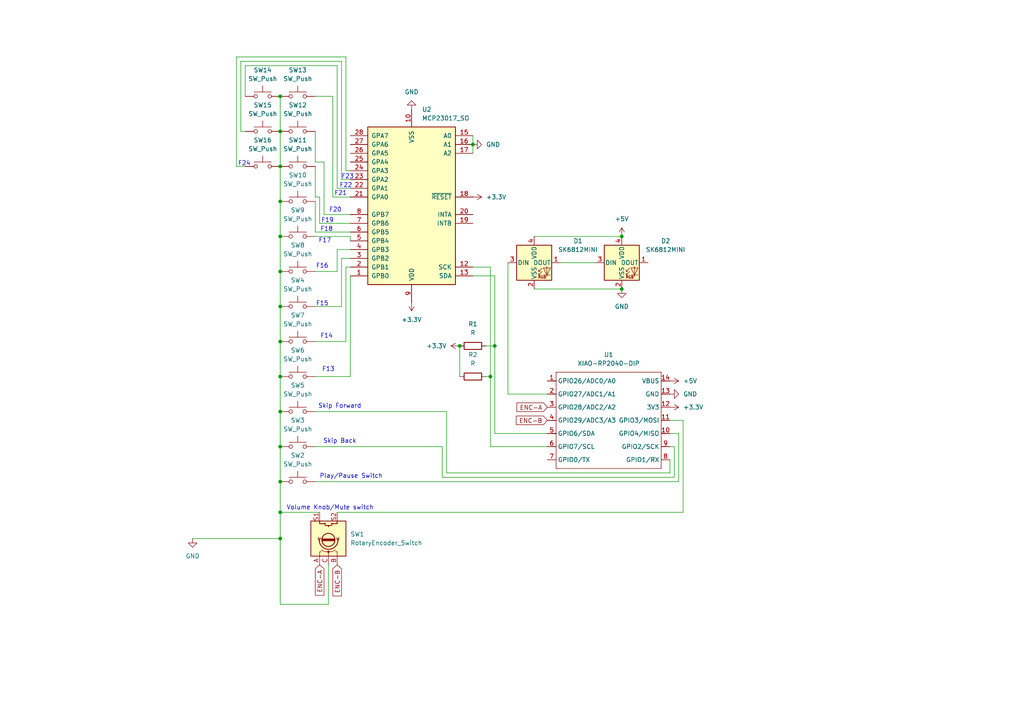
<source format=kicad_sch>
(kicad_sch
	(version 20231120)
	(generator "eeschema")
	(generator_version "8.0")
	(uuid "39695cd9-004f-4352-8165-bc66b45d0cfc")
	(paper "A4")
	(lib_symbols
		(symbol "Device:R"
			(pin_numbers hide)
			(pin_names
				(offset 0)
			)
			(exclude_from_sim no)
			(in_bom yes)
			(on_board yes)
			(property "Reference" "R"
				(at 2.032 0 90)
				(effects
					(font
						(size 1.27 1.27)
					)
				)
			)
			(property "Value" "R"
				(at 0 0 90)
				(effects
					(font
						(size 1.27 1.27)
					)
				)
			)
			(property "Footprint" ""
				(at -1.778 0 90)
				(effects
					(font
						(size 1.27 1.27)
					)
					(hide yes)
				)
			)
			(property "Datasheet" "~"
				(at 0 0 0)
				(effects
					(font
						(size 1.27 1.27)
					)
					(hide yes)
				)
			)
			(property "Description" "Resistor"
				(at 0 0 0)
				(effects
					(font
						(size 1.27 1.27)
					)
					(hide yes)
				)
			)
			(property "ki_keywords" "R res resistor"
				(at 0 0 0)
				(effects
					(font
						(size 1.27 1.27)
					)
					(hide yes)
				)
			)
			(property "ki_fp_filters" "R_*"
				(at 0 0 0)
				(effects
					(font
						(size 1.27 1.27)
					)
					(hide yes)
				)
			)
			(symbol "R_0_1"
				(rectangle
					(start -1.016 -2.54)
					(end 1.016 2.54)
					(stroke
						(width 0.254)
						(type default)
					)
					(fill
						(type none)
					)
				)
			)
			(symbol "R_1_1"
				(pin passive line
					(at 0 3.81 270)
					(length 1.27)
					(name "~"
						(effects
							(font
								(size 1.27 1.27)
							)
						)
					)
					(number "1"
						(effects
							(font
								(size 1.27 1.27)
							)
						)
					)
				)
				(pin passive line
					(at 0 -3.81 90)
					(length 1.27)
					(name "~"
						(effects
							(font
								(size 1.27 1.27)
							)
						)
					)
					(number "2"
						(effects
							(font
								(size 1.27 1.27)
							)
						)
					)
				)
			)
		)
		(symbol "Device:RotaryEncoder_Switch"
			(pin_names
				(offset 0.254) hide)
			(exclude_from_sim no)
			(in_bom yes)
			(on_board yes)
			(property "Reference" "SW"
				(at 0 6.604 0)
				(effects
					(font
						(size 1.27 1.27)
					)
				)
			)
			(property "Value" "RotaryEncoder_Switch"
				(at 0 -6.604 0)
				(effects
					(font
						(size 1.27 1.27)
					)
				)
			)
			(property "Footprint" ""
				(at -3.81 4.064 0)
				(effects
					(font
						(size 1.27 1.27)
					)
					(hide yes)
				)
			)
			(property "Datasheet" "~"
				(at 0 6.604 0)
				(effects
					(font
						(size 1.27 1.27)
					)
					(hide yes)
				)
			)
			(property "Description" "Rotary encoder, dual channel, incremental quadrate outputs, with switch"
				(at 0 0 0)
				(effects
					(font
						(size 1.27 1.27)
					)
					(hide yes)
				)
			)
			(property "ki_keywords" "rotary switch encoder switch push button"
				(at 0 0 0)
				(effects
					(font
						(size 1.27 1.27)
					)
					(hide yes)
				)
			)
			(property "ki_fp_filters" "RotaryEncoder*Switch*"
				(at 0 0 0)
				(effects
					(font
						(size 1.27 1.27)
					)
					(hide yes)
				)
			)
			(symbol "RotaryEncoder_Switch_0_1"
				(rectangle
					(start -5.08 5.08)
					(end 5.08 -5.08)
					(stroke
						(width 0.254)
						(type default)
					)
					(fill
						(type background)
					)
				)
				(circle
					(center -3.81 0)
					(radius 0.254)
					(stroke
						(width 0)
						(type default)
					)
					(fill
						(type outline)
					)
				)
				(circle
					(center -0.381 0)
					(radius 1.905)
					(stroke
						(width 0.254)
						(type default)
					)
					(fill
						(type none)
					)
				)
				(arc
					(start -0.381 2.667)
					(mid -3.0988 -0.0635)
					(end -0.381 -2.794)
					(stroke
						(width 0.254)
						(type default)
					)
					(fill
						(type none)
					)
				)
				(polyline
					(pts
						(xy -0.635 -1.778) (xy -0.635 1.778)
					)
					(stroke
						(width 0.254)
						(type default)
					)
					(fill
						(type none)
					)
				)
				(polyline
					(pts
						(xy -0.381 -1.778) (xy -0.381 1.778)
					)
					(stroke
						(width 0.254)
						(type default)
					)
					(fill
						(type none)
					)
				)
				(polyline
					(pts
						(xy -0.127 1.778) (xy -0.127 -1.778)
					)
					(stroke
						(width 0.254)
						(type default)
					)
					(fill
						(type none)
					)
				)
				(polyline
					(pts
						(xy 3.81 0) (xy 3.429 0)
					)
					(stroke
						(width 0.254)
						(type default)
					)
					(fill
						(type none)
					)
				)
				(polyline
					(pts
						(xy 3.81 1.016) (xy 3.81 -1.016)
					)
					(stroke
						(width 0.254)
						(type default)
					)
					(fill
						(type none)
					)
				)
				(polyline
					(pts
						(xy -5.08 -2.54) (xy -3.81 -2.54) (xy -3.81 -2.032)
					)
					(stroke
						(width 0)
						(type default)
					)
					(fill
						(type none)
					)
				)
				(polyline
					(pts
						(xy -5.08 2.54) (xy -3.81 2.54) (xy -3.81 2.032)
					)
					(stroke
						(width 0)
						(type default)
					)
					(fill
						(type none)
					)
				)
				(polyline
					(pts
						(xy 0.254 -3.048) (xy -0.508 -2.794) (xy 0.127 -2.413)
					)
					(stroke
						(width 0.254)
						(type default)
					)
					(fill
						(type none)
					)
				)
				(polyline
					(pts
						(xy 0.254 2.921) (xy -0.508 2.667) (xy 0.127 2.286)
					)
					(stroke
						(width 0.254)
						(type default)
					)
					(fill
						(type none)
					)
				)
				(polyline
					(pts
						(xy 5.08 -2.54) (xy 4.318 -2.54) (xy 4.318 -1.016)
					)
					(stroke
						(width 0.254)
						(type default)
					)
					(fill
						(type none)
					)
				)
				(polyline
					(pts
						(xy 5.08 2.54) (xy 4.318 2.54) (xy 4.318 1.016)
					)
					(stroke
						(width 0.254)
						(type default)
					)
					(fill
						(type none)
					)
				)
				(polyline
					(pts
						(xy -5.08 0) (xy -3.81 0) (xy -3.81 -1.016) (xy -3.302 -2.032)
					)
					(stroke
						(width 0)
						(type default)
					)
					(fill
						(type none)
					)
				)
				(polyline
					(pts
						(xy -4.318 0) (xy -3.81 0) (xy -3.81 1.016) (xy -3.302 2.032)
					)
					(stroke
						(width 0)
						(type default)
					)
					(fill
						(type none)
					)
				)
				(circle
					(center 4.318 -1.016)
					(radius 0.127)
					(stroke
						(width 0.254)
						(type default)
					)
					(fill
						(type none)
					)
				)
				(circle
					(center 4.318 1.016)
					(radius 0.127)
					(stroke
						(width 0.254)
						(type default)
					)
					(fill
						(type none)
					)
				)
			)
			(symbol "RotaryEncoder_Switch_1_1"
				(pin passive line
					(at -7.62 2.54 0)
					(length 2.54)
					(name "A"
						(effects
							(font
								(size 1.27 1.27)
							)
						)
					)
					(number "A"
						(effects
							(font
								(size 1.27 1.27)
							)
						)
					)
				)
				(pin passive line
					(at -7.62 -2.54 0)
					(length 2.54)
					(name "B"
						(effects
							(font
								(size 1.27 1.27)
							)
						)
					)
					(number "B"
						(effects
							(font
								(size 1.27 1.27)
							)
						)
					)
				)
				(pin passive line
					(at -7.62 0 0)
					(length 2.54)
					(name "C"
						(effects
							(font
								(size 1.27 1.27)
							)
						)
					)
					(number "C"
						(effects
							(font
								(size 1.27 1.27)
							)
						)
					)
				)
				(pin passive line
					(at 7.62 2.54 180)
					(length 2.54)
					(name "S1"
						(effects
							(font
								(size 1.27 1.27)
							)
						)
					)
					(number "S1"
						(effects
							(font
								(size 1.27 1.27)
							)
						)
					)
				)
				(pin passive line
					(at 7.62 -2.54 180)
					(length 2.54)
					(name "S2"
						(effects
							(font
								(size 1.27 1.27)
							)
						)
					)
					(number "S2"
						(effects
							(font
								(size 1.27 1.27)
							)
						)
					)
				)
			)
		)
		(symbol "Interface_Expansion:MCP23017_SO"
			(pin_names
				(offset 1.016)
			)
			(exclude_from_sim no)
			(in_bom yes)
			(on_board yes)
			(property "Reference" "U"
				(at -11.43 24.13 0)
				(effects
					(font
						(size 1.27 1.27)
					)
				)
			)
			(property "Value" "MCP23017_SO"
				(at 0 0 0)
				(effects
					(font
						(size 1.27 1.27)
					)
				)
			)
			(property "Footprint" "Package_SO:SOIC-28W_7.5x17.9mm_P1.27mm"
				(at 5.08 -25.4 0)
				(effects
					(font
						(size 1.27 1.27)
					)
					(justify left)
					(hide yes)
				)
			)
			(property "Datasheet" "https://ww1.microchip.com/downloads/aemDocuments/documents/APID/ProductDocuments/DataSheets/MCP23017-Data-Sheet-DS20001952.pdf"
				(at 5.08 -27.94 0)
				(effects
					(font
						(size 1.27 1.27)
					)
					(justify left)
					(hide yes)
				)
			)
			(property "Description" "16-bit I/O expander, I2C, interrupts, w pull-ups, GPA/B7 output only (https://microchip.my.site.com/s/article/GPA7---GPB7-Cannot-Be-Used-as-Inputs-In-MCP23017),  SOIC-28"
				(at 0 0 0)
				(effects
					(font
						(size 1.27 1.27)
					)
					(hide yes)
				)
			)
			(property "ki_keywords" "I2C parallel port expander"
				(at 0 0 0)
				(effects
					(font
						(size 1.27 1.27)
					)
					(hide yes)
				)
			)
			(property "ki_fp_filters" "SOIC*7.5x17.9mm*P1.27mm*"
				(at 0 0 0)
				(effects
					(font
						(size 1.27 1.27)
					)
					(hide yes)
				)
			)
			(symbol "MCP23017_SO_0_1"
				(rectangle
					(start -12.7 22.86)
					(end 12.7 -22.86)
					(stroke
						(width 0.254)
						(type default)
					)
					(fill
						(type background)
					)
				)
			)
			(symbol "MCP23017_SO_1_1"
				(pin bidirectional line
					(at 17.78 20.32 180)
					(length 5.08)
					(name "GPB0"
						(effects
							(font
								(size 1.27 1.27)
							)
						)
					)
					(number "1"
						(effects
							(font
								(size 1.27 1.27)
							)
						)
					)
				)
				(pin power_in line
					(at 0 -27.94 90)
					(length 5.08)
					(name "VSS"
						(effects
							(font
								(size 1.27 1.27)
							)
						)
					)
					(number "10"
						(effects
							(font
								(size 1.27 1.27)
							)
						)
					)
				)
				(pin no_connect line
					(at -12.7 15.24 0)
					(length 5.08) hide
					(name "NC"
						(effects
							(font
								(size 1.27 1.27)
							)
						)
					)
					(number "11"
						(effects
							(font
								(size 1.27 1.27)
							)
						)
					)
				)
				(pin input line
					(at -17.78 17.78 0)
					(length 5.08)
					(name "SCK"
						(effects
							(font
								(size 1.27 1.27)
							)
						)
					)
					(number "12"
						(effects
							(font
								(size 1.27 1.27)
							)
						)
					)
				)
				(pin bidirectional line
					(at -17.78 20.32 0)
					(length 5.08)
					(name "SDA"
						(effects
							(font
								(size 1.27 1.27)
							)
						)
					)
					(number "13"
						(effects
							(font
								(size 1.27 1.27)
							)
						)
					)
				)
				(pin no_connect line
					(at -12.7 12.7 0)
					(length 5.08) hide
					(name "NC"
						(effects
							(font
								(size 1.27 1.27)
							)
						)
					)
					(number "14"
						(effects
							(font
								(size 1.27 1.27)
							)
						)
					)
				)
				(pin input line
					(at -17.78 -20.32 0)
					(length 5.08)
					(name "A0"
						(effects
							(font
								(size 1.27 1.27)
							)
						)
					)
					(number "15"
						(effects
							(font
								(size 1.27 1.27)
							)
						)
					)
				)
				(pin input line
					(at -17.78 -17.78 0)
					(length 5.08)
					(name "A1"
						(effects
							(font
								(size 1.27 1.27)
							)
						)
					)
					(number "16"
						(effects
							(font
								(size 1.27 1.27)
							)
						)
					)
				)
				(pin input line
					(at -17.78 -15.24 0)
					(length 5.08)
					(name "A2"
						(effects
							(font
								(size 1.27 1.27)
							)
						)
					)
					(number "17"
						(effects
							(font
								(size 1.27 1.27)
							)
						)
					)
				)
				(pin input line
					(at -17.78 -2.54 0)
					(length 5.08)
					(name "~{RESET}"
						(effects
							(font
								(size 1.27 1.27)
							)
						)
					)
					(number "18"
						(effects
							(font
								(size 1.27 1.27)
							)
						)
					)
				)
				(pin tri_state line
					(at -17.78 5.08 0)
					(length 5.08)
					(name "INTB"
						(effects
							(font
								(size 1.27 1.27)
							)
						)
					)
					(number "19"
						(effects
							(font
								(size 1.27 1.27)
							)
						)
					)
				)
				(pin bidirectional line
					(at 17.78 17.78 180)
					(length 5.08)
					(name "GPB1"
						(effects
							(font
								(size 1.27 1.27)
							)
						)
					)
					(number "2"
						(effects
							(font
								(size 1.27 1.27)
							)
						)
					)
				)
				(pin tri_state line
					(at -17.78 2.54 0)
					(length 5.08)
					(name "INTA"
						(effects
							(font
								(size 1.27 1.27)
							)
						)
					)
					(number "20"
						(effects
							(font
								(size 1.27 1.27)
							)
						)
					)
				)
				(pin bidirectional line
					(at 17.78 -2.54 180)
					(length 5.08)
					(name "GPA0"
						(effects
							(font
								(size 1.27 1.27)
							)
						)
					)
					(number "21"
						(effects
							(font
								(size 1.27 1.27)
							)
						)
					)
				)
				(pin bidirectional line
					(at 17.78 -5.08 180)
					(length 5.08)
					(name "GPA1"
						(effects
							(font
								(size 1.27 1.27)
							)
						)
					)
					(number "22"
						(effects
							(font
								(size 1.27 1.27)
							)
						)
					)
				)
				(pin bidirectional line
					(at 17.78 -7.62 180)
					(length 5.08)
					(name "GPA2"
						(effects
							(font
								(size 1.27 1.27)
							)
						)
					)
					(number "23"
						(effects
							(font
								(size 1.27 1.27)
							)
						)
					)
				)
				(pin bidirectional line
					(at 17.78 -10.16 180)
					(length 5.08)
					(name "GPA3"
						(effects
							(font
								(size 1.27 1.27)
							)
						)
					)
					(number "24"
						(effects
							(font
								(size 1.27 1.27)
							)
						)
					)
				)
				(pin bidirectional line
					(at 17.78 -12.7 180)
					(length 5.08)
					(name "GPA4"
						(effects
							(font
								(size 1.27 1.27)
							)
						)
					)
					(number "25"
						(effects
							(font
								(size 1.27 1.27)
							)
						)
					)
				)
				(pin bidirectional line
					(at 17.78 -15.24 180)
					(length 5.08)
					(name "GPA5"
						(effects
							(font
								(size 1.27 1.27)
							)
						)
					)
					(number "26"
						(effects
							(font
								(size 1.27 1.27)
							)
						)
					)
				)
				(pin bidirectional line
					(at 17.78 -17.78 180)
					(length 5.08)
					(name "GPA6"
						(effects
							(font
								(size 1.27 1.27)
							)
						)
					)
					(number "27"
						(effects
							(font
								(size 1.27 1.27)
							)
						)
					)
				)
				(pin output line
					(at 17.78 -20.32 180)
					(length 5.08)
					(name "GPA7"
						(effects
							(font
								(size 1.27 1.27)
							)
						)
					)
					(number "28"
						(effects
							(font
								(size 1.27 1.27)
							)
						)
					)
				)
				(pin bidirectional line
					(at 17.78 15.24 180)
					(length 5.08)
					(name "GPB2"
						(effects
							(font
								(size 1.27 1.27)
							)
						)
					)
					(number "3"
						(effects
							(font
								(size 1.27 1.27)
							)
						)
					)
				)
				(pin bidirectional line
					(at 17.78 12.7 180)
					(length 5.08)
					(name "GPB3"
						(effects
							(font
								(size 1.27 1.27)
							)
						)
					)
					(number "4"
						(effects
							(font
								(size 1.27 1.27)
							)
						)
					)
				)
				(pin bidirectional line
					(at 17.78 10.16 180)
					(length 5.08)
					(name "GPB4"
						(effects
							(font
								(size 1.27 1.27)
							)
						)
					)
					(number "5"
						(effects
							(font
								(size 1.27 1.27)
							)
						)
					)
				)
				(pin bidirectional line
					(at 17.78 7.62 180)
					(length 5.08)
					(name "GPB5"
						(effects
							(font
								(size 1.27 1.27)
							)
						)
					)
					(number "6"
						(effects
							(font
								(size 1.27 1.27)
							)
						)
					)
				)
				(pin bidirectional line
					(at 17.78 5.08 180)
					(length 5.08)
					(name "GPB6"
						(effects
							(font
								(size 1.27 1.27)
							)
						)
					)
					(number "7"
						(effects
							(font
								(size 1.27 1.27)
							)
						)
					)
				)
				(pin output line
					(at 17.78 2.54 180)
					(length 5.08)
					(name "GPB7"
						(effects
							(font
								(size 1.27 1.27)
							)
						)
					)
					(number "8"
						(effects
							(font
								(size 1.27 1.27)
							)
						)
					)
				)
				(pin power_in line
					(at 0 27.94 270)
					(length 5.08)
					(name "VDD"
						(effects
							(font
								(size 1.27 1.27)
							)
						)
					)
					(number "9"
						(effects
							(font
								(size 1.27 1.27)
							)
						)
					)
				)
			)
		)
		(symbol "LED:SK6812MINI"
			(pin_names
				(offset 0.254)
			)
			(exclude_from_sim no)
			(in_bom yes)
			(on_board yes)
			(property "Reference" "D"
				(at 5.08 5.715 0)
				(effects
					(font
						(size 1.27 1.27)
					)
					(justify right bottom)
				)
			)
			(property "Value" "SK6812MINI"
				(at 1.27 -5.715 0)
				(effects
					(font
						(size 1.27 1.27)
					)
					(justify left top)
				)
			)
			(property "Footprint" "LED_SMD:LED_SK6812MINI_PLCC4_3.5x3.5mm_P1.75mm"
				(at 1.27 -7.62 0)
				(effects
					(font
						(size 1.27 1.27)
					)
					(justify left top)
					(hide yes)
				)
			)
			(property "Datasheet" "https://cdn-shop.adafruit.com/product-files/2686/SK6812MINI_REV.01-1-2.pdf"
				(at 2.54 -9.525 0)
				(effects
					(font
						(size 1.27 1.27)
					)
					(justify left top)
					(hide yes)
				)
			)
			(property "Description" "RGB LED with integrated controller"
				(at 0 0 0)
				(effects
					(font
						(size 1.27 1.27)
					)
					(hide yes)
				)
			)
			(property "ki_keywords" "RGB LED NeoPixel Mini addressable"
				(at 0 0 0)
				(effects
					(font
						(size 1.27 1.27)
					)
					(hide yes)
				)
			)
			(property "ki_fp_filters" "LED*SK6812MINI*PLCC*3.5x3.5mm*P1.75mm*"
				(at 0 0 0)
				(effects
					(font
						(size 1.27 1.27)
					)
					(hide yes)
				)
			)
			(symbol "SK6812MINI_0_0"
				(text "RGB"
					(at 2.286 -4.191 0)
					(effects
						(font
							(size 0.762 0.762)
						)
					)
				)
			)
			(symbol "SK6812MINI_0_1"
				(polyline
					(pts
						(xy 1.27 -3.556) (xy 1.778 -3.556)
					)
					(stroke
						(width 0)
						(type default)
					)
					(fill
						(type none)
					)
				)
				(polyline
					(pts
						(xy 1.27 -2.54) (xy 1.778 -2.54)
					)
					(stroke
						(width 0)
						(type default)
					)
					(fill
						(type none)
					)
				)
				(polyline
					(pts
						(xy 4.699 -3.556) (xy 2.667 -3.556)
					)
					(stroke
						(width 0)
						(type default)
					)
					(fill
						(type none)
					)
				)
				(polyline
					(pts
						(xy 2.286 -2.54) (xy 1.27 -3.556) (xy 1.27 -3.048)
					)
					(stroke
						(width 0)
						(type default)
					)
					(fill
						(type none)
					)
				)
				(polyline
					(pts
						(xy 2.286 -1.524) (xy 1.27 -2.54) (xy 1.27 -2.032)
					)
					(stroke
						(width 0)
						(type default)
					)
					(fill
						(type none)
					)
				)
				(polyline
					(pts
						(xy 3.683 -1.016) (xy 3.683 -3.556) (xy 3.683 -4.064)
					)
					(stroke
						(width 0)
						(type default)
					)
					(fill
						(type none)
					)
				)
				(polyline
					(pts
						(xy 4.699 -1.524) (xy 2.667 -1.524) (xy 3.683 -3.556) (xy 4.699 -1.524)
					)
					(stroke
						(width 0)
						(type default)
					)
					(fill
						(type none)
					)
				)
				(rectangle
					(start 5.08 5.08)
					(end -5.08 -5.08)
					(stroke
						(width 0.254)
						(type default)
					)
					(fill
						(type background)
					)
				)
			)
			(symbol "SK6812MINI_1_1"
				(pin output line
					(at 7.62 0 180)
					(length 2.54)
					(name "DOUT"
						(effects
							(font
								(size 1.27 1.27)
							)
						)
					)
					(number "1"
						(effects
							(font
								(size 1.27 1.27)
							)
						)
					)
				)
				(pin power_in line
					(at 0 -7.62 90)
					(length 2.54)
					(name "VSS"
						(effects
							(font
								(size 1.27 1.27)
							)
						)
					)
					(number "2"
						(effects
							(font
								(size 1.27 1.27)
							)
						)
					)
				)
				(pin input line
					(at -7.62 0 0)
					(length 2.54)
					(name "DIN"
						(effects
							(font
								(size 1.27 1.27)
							)
						)
					)
					(number "3"
						(effects
							(font
								(size 1.27 1.27)
							)
						)
					)
				)
				(pin power_in line
					(at 0 7.62 270)
					(length 2.54)
					(name "VDD"
						(effects
							(font
								(size 1.27 1.27)
							)
						)
					)
					(number "4"
						(effects
							(font
								(size 1.27 1.27)
							)
						)
					)
				)
			)
		)
		(symbol "OPL:XIAO-RP2040-DIP"
			(exclude_from_sim no)
			(in_bom yes)
			(on_board yes)
			(property "Reference" "U"
				(at 0 0 0)
				(effects
					(font
						(size 1.27 1.27)
					)
				)
			)
			(property "Value" "XIAO-RP2040-DIP"
				(at 5.334 -1.778 0)
				(effects
					(font
						(size 1.27 1.27)
					)
				)
			)
			(property "Footprint" "Module:MOUDLE14P-XIAO-DIP-SMD"
				(at 14.478 -32.258 0)
				(effects
					(font
						(size 1.27 1.27)
					)
					(hide yes)
				)
			)
			(property "Datasheet" ""
				(at 0 0 0)
				(effects
					(font
						(size 1.27 1.27)
					)
					(hide yes)
				)
			)
			(property "Description" ""
				(at 0 0 0)
				(effects
					(font
						(size 1.27 1.27)
					)
					(hide yes)
				)
			)
			(symbol "XIAO-RP2040-DIP_1_0"
				(polyline
					(pts
						(xy -1.27 -30.48) (xy -1.27 -16.51)
					)
					(stroke
						(width 0.1524)
						(type solid)
					)
					(fill
						(type none)
					)
				)
				(polyline
					(pts
						(xy -1.27 -27.94) (xy -2.54 -27.94)
					)
					(stroke
						(width 0.1524)
						(type solid)
					)
					(fill
						(type none)
					)
				)
				(polyline
					(pts
						(xy -1.27 -24.13) (xy -2.54 -24.13)
					)
					(stroke
						(width 0.1524)
						(type solid)
					)
					(fill
						(type none)
					)
				)
				(polyline
					(pts
						(xy -1.27 -20.32) (xy -2.54 -20.32)
					)
					(stroke
						(width 0.1524)
						(type solid)
					)
					(fill
						(type none)
					)
				)
				(polyline
					(pts
						(xy -1.27 -16.51) (xy -2.54 -16.51)
					)
					(stroke
						(width 0.1524)
						(type solid)
					)
					(fill
						(type none)
					)
				)
				(polyline
					(pts
						(xy -1.27 -16.51) (xy -1.27 -12.7)
					)
					(stroke
						(width 0.1524)
						(type solid)
					)
					(fill
						(type none)
					)
				)
				(polyline
					(pts
						(xy -1.27 -12.7) (xy -2.54 -12.7)
					)
					(stroke
						(width 0.1524)
						(type solid)
					)
					(fill
						(type none)
					)
				)
				(polyline
					(pts
						(xy -1.27 -12.7) (xy -1.27 -8.89)
					)
					(stroke
						(width 0.1524)
						(type solid)
					)
					(fill
						(type none)
					)
				)
				(polyline
					(pts
						(xy -1.27 -8.89) (xy -2.54 -8.89)
					)
					(stroke
						(width 0.1524)
						(type solid)
					)
					(fill
						(type none)
					)
				)
				(polyline
					(pts
						(xy -1.27 -8.89) (xy -1.27 -5.08)
					)
					(stroke
						(width 0.1524)
						(type solid)
					)
					(fill
						(type none)
					)
				)
				(polyline
					(pts
						(xy -1.27 -5.08) (xy -2.54 -5.08)
					)
					(stroke
						(width 0.1524)
						(type solid)
					)
					(fill
						(type none)
					)
				)
				(polyline
					(pts
						(xy -1.27 -5.08) (xy -1.27 -2.54)
					)
					(stroke
						(width 0.1524)
						(type solid)
					)
					(fill
						(type none)
					)
				)
				(polyline
					(pts
						(xy -1.27 -2.54) (xy 29.21 -2.54)
					)
					(stroke
						(width 0.1524)
						(type solid)
					)
					(fill
						(type none)
					)
				)
				(polyline
					(pts
						(xy 29.21 -30.48) (xy -1.27 -30.48)
					)
					(stroke
						(width 0.1524)
						(type solid)
					)
					(fill
						(type none)
					)
				)
				(polyline
					(pts
						(xy 29.21 -12.7) (xy 29.21 -30.48)
					)
					(stroke
						(width 0.1524)
						(type solid)
					)
					(fill
						(type none)
					)
				)
				(polyline
					(pts
						(xy 29.21 -8.89) (xy 29.21 -12.7)
					)
					(stroke
						(width 0.1524)
						(type solid)
					)
					(fill
						(type none)
					)
				)
				(polyline
					(pts
						(xy 29.21 -5.08) (xy 29.21 -8.89)
					)
					(stroke
						(width 0.1524)
						(type solid)
					)
					(fill
						(type none)
					)
				)
				(polyline
					(pts
						(xy 29.21 -2.54) (xy 29.21 -5.08)
					)
					(stroke
						(width 0.1524)
						(type solid)
					)
					(fill
						(type none)
					)
				)
				(polyline
					(pts
						(xy 30.48 -27.94) (xy 29.21 -27.94)
					)
					(stroke
						(width 0.1524)
						(type solid)
					)
					(fill
						(type none)
					)
				)
				(polyline
					(pts
						(xy 30.48 -24.13) (xy 29.21 -24.13)
					)
					(stroke
						(width 0.1524)
						(type solid)
					)
					(fill
						(type none)
					)
				)
				(polyline
					(pts
						(xy 30.48 -20.32) (xy 29.21 -20.32)
					)
					(stroke
						(width 0.1524)
						(type solid)
					)
					(fill
						(type none)
					)
				)
				(polyline
					(pts
						(xy 30.48 -16.51) (xy 29.21 -16.51)
					)
					(stroke
						(width 0.1524)
						(type solid)
					)
					(fill
						(type none)
					)
				)
				(polyline
					(pts
						(xy 30.48 -12.7) (xy 29.21 -12.7)
					)
					(stroke
						(width 0.1524)
						(type solid)
					)
					(fill
						(type none)
					)
				)
				(polyline
					(pts
						(xy 30.48 -8.89) (xy 29.21 -8.89)
					)
					(stroke
						(width 0.1524)
						(type solid)
					)
					(fill
						(type none)
					)
				)
				(polyline
					(pts
						(xy 30.48 -5.08) (xy 29.21 -5.08)
					)
					(stroke
						(width 0.1524)
						(type solid)
					)
					(fill
						(type none)
					)
				)
				(pin passive line
					(at -3.81 -5.08 0)
					(length 2.54)
					(name "GPIO26/ADC0/A0"
						(effects
							(font
								(size 1.27 1.27)
							)
						)
					)
					(number "1"
						(effects
							(font
								(size 1.27 1.27)
							)
						)
					)
				)
				(pin passive line
					(at 31.75 -20.32 180)
					(length 2.54)
					(name "GPIO4/MISO"
						(effects
							(font
								(size 1.27 1.27)
							)
						)
					)
					(number "10"
						(effects
							(font
								(size 1.27 1.27)
							)
						)
					)
				)
				(pin passive line
					(at 31.75 -16.51 180)
					(length 2.54)
					(name "GPIO3/MOSI"
						(effects
							(font
								(size 1.27 1.27)
							)
						)
					)
					(number "11"
						(effects
							(font
								(size 1.27 1.27)
							)
						)
					)
				)
				(pin passive line
					(at 31.75 -12.7 180)
					(length 2.54)
					(name "3V3"
						(effects
							(font
								(size 1.27 1.27)
							)
						)
					)
					(number "12"
						(effects
							(font
								(size 1.27 1.27)
							)
						)
					)
				)
				(pin passive line
					(at 31.75 -8.89 180)
					(length 2.54)
					(name "GND"
						(effects
							(font
								(size 1.27 1.27)
							)
						)
					)
					(number "13"
						(effects
							(font
								(size 1.27 1.27)
							)
						)
					)
				)
				(pin passive line
					(at 31.75 -5.08 180)
					(length 2.54)
					(name "VBUS"
						(effects
							(font
								(size 1.27 1.27)
							)
						)
					)
					(number "14"
						(effects
							(font
								(size 1.27 1.27)
							)
						)
					)
				)
				(pin passive line
					(at -3.81 -8.89 0)
					(length 2.54)
					(name "GPIO27/ADC1/A1"
						(effects
							(font
								(size 1.27 1.27)
							)
						)
					)
					(number "2"
						(effects
							(font
								(size 1.27 1.27)
							)
						)
					)
				)
				(pin passive line
					(at -3.81 -12.7 0)
					(length 2.54)
					(name "GPIO28/ADC2/A2"
						(effects
							(font
								(size 1.27 1.27)
							)
						)
					)
					(number "3"
						(effects
							(font
								(size 1.27 1.27)
							)
						)
					)
				)
				(pin passive line
					(at -3.81 -16.51 0)
					(length 2.54)
					(name "GPIO29/ADC3/A3"
						(effects
							(font
								(size 1.27 1.27)
							)
						)
					)
					(number "4"
						(effects
							(font
								(size 1.27 1.27)
							)
						)
					)
				)
				(pin passive line
					(at -3.81 -20.32 0)
					(length 2.54)
					(name "GPIO6/SDA"
						(effects
							(font
								(size 1.27 1.27)
							)
						)
					)
					(number "5"
						(effects
							(font
								(size 1.27 1.27)
							)
						)
					)
				)
				(pin passive line
					(at -3.81 -24.13 0)
					(length 2.54)
					(name "GPIO7/SCL"
						(effects
							(font
								(size 1.27 1.27)
							)
						)
					)
					(number "6"
						(effects
							(font
								(size 1.27 1.27)
							)
						)
					)
				)
				(pin passive line
					(at -3.81 -27.94 0)
					(length 2.54)
					(name "GPIO0/TX"
						(effects
							(font
								(size 1.27 1.27)
							)
						)
					)
					(number "7"
						(effects
							(font
								(size 1.27 1.27)
							)
						)
					)
				)
				(pin passive line
					(at 31.75 -27.94 180)
					(length 2.54)
					(name "GPIO1/RX"
						(effects
							(font
								(size 1.27 1.27)
							)
						)
					)
					(number "8"
						(effects
							(font
								(size 1.27 1.27)
							)
						)
					)
				)
				(pin passive line
					(at 31.75 -24.13 180)
					(length 2.54)
					(name "GPIO2/SCK"
						(effects
							(font
								(size 1.27 1.27)
							)
						)
					)
					(number "9"
						(effects
							(font
								(size 1.27 1.27)
							)
						)
					)
				)
			)
		)
		(symbol "Switch:SW_Push"
			(pin_numbers hide)
			(pin_names
				(offset 1.016) hide)
			(exclude_from_sim no)
			(in_bom yes)
			(on_board yes)
			(property "Reference" "SW"
				(at 1.27 2.54 0)
				(effects
					(font
						(size 1.27 1.27)
					)
					(justify left)
				)
			)
			(property "Value" "SW_Push"
				(at 0 -1.524 0)
				(effects
					(font
						(size 1.27 1.27)
					)
				)
			)
			(property "Footprint" ""
				(at 0 5.08 0)
				(effects
					(font
						(size 1.27 1.27)
					)
					(hide yes)
				)
			)
			(property "Datasheet" "~"
				(at 0 5.08 0)
				(effects
					(font
						(size 1.27 1.27)
					)
					(hide yes)
				)
			)
			(property "Description" "Push button switch, generic, two pins"
				(at 0 0 0)
				(effects
					(font
						(size 1.27 1.27)
					)
					(hide yes)
				)
			)
			(property "ki_keywords" "switch normally-open pushbutton push-button"
				(at 0 0 0)
				(effects
					(font
						(size 1.27 1.27)
					)
					(hide yes)
				)
			)
			(symbol "SW_Push_0_1"
				(circle
					(center -2.032 0)
					(radius 0.508)
					(stroke
						(width 0)
						(type default)
					)
					(fill
						(type none)
					)
				)
				(polyline
					(pts
						(xy 0 1.27) (xy 0 3.048)
					)
					(stroke
						(width 0)
						(type default)
					)
					(fill
						(type none)
					)
				)
				(polyline
					(pts
						(xy 2.54 1.27) (xy -2.54 1.27)
					)
					(stroke
						(width 0)
						(type default)
					)
					(fill
						(type none)
					)
				)
				(circle
					(center 2.032 0)
					(radius 0.508)
					(stroke
						(width 0)
						(type default)
					)
					(fill
						(type none)
					)
				)
				(pin passive line
					(at -5.08 0 0)
					(length 2.54)
					(name "1"
						(effects
							(font
								(size 1.27 1.27)
							)
						)
					)
					(number "1"
						(effects
							(font
								(size 1.27 1.27)
							)
						)
					)
				)
				(pin passive line
					(at 5.08 0 180)
					(length 2.54)
					(name "2"
						(effects
							(font
								(size 1.27 1.27)
							)
						)
					)
					(number "2"
						(effects
							(font
								(size 1.27 1.27)
							)
						)
					)
				)
			)
		)
		(symbol "power:+3.3V"
			(power)
			(pin_numbers hide)
			(pin_names
				(offset 0) hide)
			(exclude_from_sim no)
			(in_bom yes)
			(on_board yes)
			(property "Reference" "#PWR"
				(at 0 -3.81 0)
				(effects
					(font
						(size 1.27 1.27)
					)
					(hide yes)
				)
			)
			(property "Value" "+3.3V"
				(at 0 3.556 0)
				(effects
					(font
						(size 1.27 1.27)
					)
				)
			)
			(property "Footprint" ""
				(at 0 0 0)
				(effects
					(font
						(size 1.27 1.27)
					)
					(hide yes)
				)
			)
			(property "Datasheet" ""
				(at 0 0 0)
				(effects
					(font
						(size 1.27 1.27)
					)
					(hide yes)
				)
			)
			(property "Description" "Power symbol creates a global label with name \"+3.3V\""
				(at 0 0 0)
				(effects
					(font
						(size 1.27 1.27)
					)
					(hide yes)
				)
			)
			(property "ki_keywords" "global power"
				(at 0 0 0)
				(effects
					(font
						(size 1.27 1.27)
					)
					(hide yes)
				)
			)
			(symbol "+3.3V_0_1"
				(polyline
					(pts
						(xy -0.762 1.27) (xy 0 2.54)
					)
					(stroke
						(width 0)
						(type default)
					)
					(fill
						(type none)
					)
				)
				(polyline
					(pts
						(xy 0 0) (xy 0 2.54)
					)
					(stroke
						(width 0)
						(type default)
					)
					(fill
						(type none)
					)
				)
				(polyline
					(pts
						(xy 0 2.54) (xy 0.762 1.27)
					)
					(stroke
						(width 0)
						(type default)
					)
					(fill
						(type none)
					)
				)
			)
			(symbol "+3.3V_1_1"
				(pin power_in line
					(at 0 0 90)
					(length 0)
					(name "~"
						(effects
							(font
								(size 1.27 1.27)
							)
						)
					)
					(number "1"
						(effects
							(font
								(size 1.27 1.27)
							)
						)
					)
				)
			)
		)
		(symbol "power:+5V"
			(power)
			(pin_numbers hide)
			(pin_names
				(offset 0) hide)
			(exclude_from_sim no)
			(in_bom yes)
			(on_board yes)
			(property "Reference" "#PWR"
				(at 0 -3.81 0)
				(effects
					(font
						(size 1.27 1.27)
					)
					(hide yes)
				)
			)
			(property "Value" "+5V"
				(at 0 3.556 0)
				(effects
					(font
						(size 1.27 1.27)
					)
				)
			)
			(property "Footprint" ""
				(at 0 0 0)
				(effects
					(font
						(size 1.27 1.27)
					)
					(hide yes)
				)
			)
			(property "Datasheet" ""
				(at 0 0 0)
				(effects
					(font
						(size 1.27 1.27)
					)
					(hide yes)
				)
			)
			(property "Description" "Power symbol creates a global label with name \"+5V\""
				(at 0 0 0)
				(effects
					(font
						(size 1.27 1.27)
					)
					(hide yes)
				)
			)
			(property "ki_keywords" "global power"
				(at 0 0 0)
				(effects
					(font
						(size 1.27 1.27)
					)
					(hide yes)
				)
			)
			(symbol "+5V_0_1"
				(polyline
					(pts
						(xy -0.762 1.27) (xy 0 2.54)
					)
					(stroke
						(width 0)
						(type default)
					)
					(fill
						(type none)
					)
				)
				(polyline
					(pts
						(xy 0 0) (xy 0 2.54)
					)
					(stroke
						(width 0)
						(type default)
					)
					(fill
						(type none)
					)
				)
				(polyline
					(pts
						(xy 0 2.54) (xy 0.762 1.27)
					)
					(stroke
						(width 0)
						(type default)
					)
					(fill
						(type none)
					)
				)
			)
			(symbol "+5V_1_1"
				(pin power_in line
					(at 0 0 90)
					(length 0)
					(name "~"
						(effects
							(font
								(size 1.27 1.27)
							)
						)
					)
					(number "1"
						(effects
							(font
								(size 1.27 1.27)
							)
						)
					)
				)
			)
		)
		(symbol "power:GND"
			(power)
			(pin_numbers hide)
			(pin_names
				(offset 0) hide)
			(exclude_from_sim no)
			(in_bom yes)
			(on_board yes)
			(property "Reference" "#PWR"
				(at 0 -6.35 0)
				(effects
					(font
						(size 1.27 1.27)
					)
					(hide yes)
				)
			)
			(property "Value" "GND"
				(at 0 -3.81 0)
				(effects
					(font
						(size 1.27 1.27)
					)
				)
			)
			(property "Footprint" ""
				(at 0 0 0)
				(effects
					(font
						(size 1.27 1.27)
					)
					(hide yes)
				)
			)
			(property "Datasheet" ""
				(at 0 0 0)
				(effects
					(font
						(size 1.27 1.27)
					)
					(hide yes)
				)
			)
			(property "Description" "Power symbol creates a global label with name \"GND\" , ground"
				(at 0 0 0)
				(effects
					(font
						(size 1.27 1.27)
					)
					(hide yes)
				)
			)
			(property "ki_keywords" "global power"
				(at 0 0 0)
				(effects
					(font
						(size 1.27 1.27)
					)
					(hide yes)
				)
			)
			(symbol "GND_0_1"
				(polyline
					(pts
						(xy 0 0) (xy 0 -1.27) (xy 1.27 -1.27) (xy 0 -2.54) (xy -1.27 -1.27) (xy 0 -1.27)
					)
					(stroke
						(width 0)
						(type default)
					)
					(fill
						(type none)
					)
				)
			)
			(symbol "GND_1_1"
				(pin power_in line
					(at 0 0 270)
					(length 0)
					(name "~"
						(effects
							(font
								(size 1.27 1.27)
							)
						)
					)
					(number "1"
						(effects
							(font
								(size 1.27 1.27)
							)
						)
					)
				)
			)
		)
	)
	(junction
		(at 81.28 156.21)
		(diameter 0)
		(color 0 0 0 0)
		(uuid "00d7908b-4d4d-4b8a-aee9-4b679e9d30cd")
	)
	(junction
		(at 81.28 88.9)
		(diameter 0)
		(color 0 0 0 0)
		(uuid "2ca3dde3-e417-4309-8e71-8b60b8fe0c5d")
	)
	(junction
		(at 142.24 109.22)
		(diameter 0)
		(color 0 0 0 0)
		(uuid "386e6fd3-5c3b-4e17-92eb-5236445c798d")
	)
	(junction
		(at 180.34 83.82)
		(diameter 0)
		(color 0 0 0 0)
		(uuid "41542a4f-08e3-47f4-b186-0254d45cd25d")
	)
	(junction
		(at 81.28 78.74)
		(diameter 0)
		(color 0 0 0 0)
		(uuid "44182cf6-7de9-40be-9553-55071c686c5e")
	)
	(junction
		(at 180.34 68.58)
		(diameter 0)
		(color 0 0 0 0)
		(uuid "52f16437-187a-4526-82e4-e8476423ee59")
	)
	(junction
		(at 81.28 148.59)
		(diameter 0)
		(color 0 0 0 0)
		(uuid "5bbb5a15-ce7d-4b96-8d6c-6ab52c205213")
	)
	(junction
		(at 81.28 109.22)
		(diameter 0)
		(color 0 0 0 0)
		(uuid "5cb10df0-5bbc-4a80-a821-493b77a9fb81")
	)
	(junction
		(at 81.28 27.94)
		(diameter 0)
		(color 0 0 0 0)
		(uuid "88a606a9-6f5e-4a6c-9962-8387f0d936c8")
	)
	(junction
		(at 81.28 58.42)
		(diameter 0)
		(color 0 0 0 0)
		(uuid "8ee2d8d9-163c-4b29-b5a3-033705dc7029")
	)
	(junction
		(at 137.16 41.91)
		(diameter 0)
		(color 0 0 0 0)
		(uuid "93be44a1-f289-4d41-9ee5-69b56fee6550")
	)
	(junction
		(at 143.51 100.33)
		(diameter 0)
		(color 0 0 0 0)
		(uuid "a1f55961-7a29-450c-a06c-9eadd87924c7")
	)
	(junction
		(at 133.35 100.33)
		(diameter 0)
		(color 0 0 0 0)
		(uuid "a3bf4a1e-3c03-435d-b2dc-32b3c77cce36")
	)
	(junction
		(at 81.28 68.58)
		(diameter 0)
		(color 0 0 0 0)
		(uuid "b5e3aea0-bac3-4970-be35-cff0a4c25458")
	)
	(junction
		(at 81.28 99.06)
		(diameter 0)
		(color 0 0 0 0)
		(uuid "b667ea25-893d-4adc-b461-56675578cdc7")
	)
	(junction
		(at 81.28 129.54)
		(diameter 0)
		(color 0 0 0 0)
		(uuid "b8621c08-bc8a-4467-9f1a-deb79a4419aa")
	)
	(junction
		(at 81.28 139.7)
		(diameter 0)
		(color 0 0 0 0)
		(uuid "bb4fb560-9bc3-48a7-a5b8-67624ba79104")
	)
	(junction
		(at 81.28 48.26)
		(diameter 0)
		(color 0 0 0 0)
		(uuid "cf17b0d8-df19-4646-adc7-41aab7ef0b39")
	)
	(junction
		(at 81.28 38.1)
		(diameter 0)
		(color 0 0 0 0)
		(uuid "ed5f22f6-66b8-467d-ae26-35ab155ff61e")
	)
	(junction
		(at 81.28 119.38)
		(diameter 0)
		(color 0 0 0 0)
		(uuid "fab0e83d-e55a-4a22-96d0-28a56d6e2517")
	)
	(wire
		(pts
			(xy 81.28 99.06) (xy 81.28 109.22)
		)
		(stroke
			(width 0)
			(type default)
		)
		(uuid "002ce97a-5f54-4003-9d92-d2dc47b25cca")
	)
	(wire
		(pts
			(xy 81.28 129.54) (xy 81.28 139.7)
		)
		(stroke
			(width 0)
			(type default)
		)
		(uuid "03b23c01-bbda-4541-a973-af68c29a5497")
	)
	(wire
		(pts
			(xy 81.28 78.74) (xy 81.28 88.9)
		)
		(stroke
			(width 0)
			(type default)
		)
		(uuid "04246636-c73b-4fad-9e52-cd387d5cc3d8")
	)
	(wire
		(pts
			(xy 91.44 38.1) (xy 91.44 46.99)
		)
		(stroke
			(width 0)
			(type default)
		)
		(uuid "05cbd456-cb45-4520-b0b4-c434d8e3773f")
	)
	(wire
		(pts
			(xy 96.52 27.94) (xy 96.52 57.15)
		)
		(stroke
			(width 0)
			(type default)
		)
		(uuid "0c2efe55-a117-4bef-8068-1e202590ccd2")
	)
	(wire
		(pts
			(xy 128.27 129.54) (xy 128.27 138.43)
		)
		(stroke
			(width 0)
			(type default)
		)
		(uuid "0cf05591-d79d-4d67-884a-51530d1f10bd")
	)
	(wire
		(pts
			(xy 81.28 148.59) (xy 92.71 148.59)
		)
		(stroke
			(width 0)
			(type default)
		)
		(uuid "111ebcfd-3b72-4fcb-8862-f7a7606f2667")
	)
	(wire
		(pts
			(xy 81.28 88.9) (xy 81.28 99.06)
		)
		(stroke
			(width 0)
			(type default)
		)
		(uuid "15a32bca-4fed-4c52-b697-08c01599a24f")
	)
	(wire
		(pts
			(xy 101.6 68.58) (xy 101.6 69.85)
		)
		(stroke
			(width 0)
			(type default)
		)
		(uuid "179739f3-686e-4757-b083-9ff4065e9d45")
	)
	(wire
		(pts
			(xy 137.16 80.01) (xy 143.51 80.01)
		)
		(stroke
			(width 0)
			(type default)
		)
		(uuid "17a4a3b0-316b-4528-832e-96e0a8a8f0bc")
	)
	(wire
		(pts
			(xy 99.06 17.78) (xy 99.06 52.07)
		)
		(stroke
			(width 0)
			(type default)
		)
		(uuid "193bf82c-6a31-4bbc-9d1d-2ea4c36659cc")
	)
	(wire
		(pts
			(xy 129.54 119.38) (xy 129.54 137.16)
		)
		(stroke
			(width 0)
			(type default)
		)
		(uuid "1f285c6d-775e-4924-ace4-0ae950530d23")
	)
	(wire
		(pts
			(xy 81.28 175.26) (xy 81.28 156.21)
		)
		(stroke
			(width 0)
			(type default)
		)
		(uuid "228eb8b6-0b61-4ddd-8858-ea412de74372")
	)
	(wire
		(pts
			(xy 101.6 109.22) (xy 101.6 80.01)
		)
		(stroke
			(width 0)
			(type default)
		)
		(uuid "265ba186-bb1a-4b9c-89af-56b9c23e31b7")
	)
	(wire
		(pts
			(xy 99.06 52.07) (xy 101.6 52.07)
		)
		(stroke
			(width 0)
			(type default)
		)
		(uuid "28824ec3-ad53-47d6-8c18-43511e3fd945")
	)
	(wire
		(pts
			(xy 198.12 148.59) (xy 198.12 121.92)
		)
		(stroke
			(width 0)
			(type default)
		)
		(uuid "29593456-3224-4994-95ee-9b760d44f67c")
	)
	(wire
		(pts
			(xy 147.32 76.2) (xy 147.32 114.3)
		)
		(stroke
			(width 0)
			(type default)
		)
		(uuid "2ac83037-9a65-46ff-a87a-f58306e544d4")
	)
	(wire
		(pts
			(xy 99.06 74.93) (xy 101.6 74.93)
		)
		(stroke
			(width 0)
			(type default)
		)
		(uuid "2add6bbf-10e9-453a-b62a-2b93ad9fd563")
	)
	(wire
		(pts
			(xy 137.16 39.37) (xy 137.16 41.91)
		)
		(stroke
			(width 0)
			(type default)
		)
		(uuid "2d67a1ca-1a48-490e-9fb3-edee82189aaa")
	)
	(wire
		(pts
			(xy 133.35 100.33) (xy 133.35 109.22)
		)
		(stroke
			(width 0)
			(type default)
		)
		(uuid "30406f02-d8bf-4a34-b1d0-6e3d44325f80")
	)
	(wire
		(pts
			(xy 71.12 19.05) (xy 97.79 19.05)
		)
		(stroke
			(width 0)
			(type default)
		)
		(uuid "311e9411-4ef0-4dc5-aac2-738da13aa604")
	)
	(wire
		(pts
			(xy 97.79 19.05) (xy 97.79 54.61)
		)
		(stroke
			(width 0)
			(type default)
		)
		(uuid "3253020b-715b-40f7-9d9b-b6efacf31981")
	)
	(wire
		(pts
			(xy 91.44 46.99) (xy 93.98 46.99)
		)
		(stroke
			(width 0)
			(type default)
		)
		(uuid "391ef1eb-d9be-4379-8bca-e4471853d011")
	)
	(wire
		(pts
			(xy 137.16 41.91) (xy 137.16 44.45)
		)
		(stroke
			(width 0)
			(type default)
		)
		(uuid "3a624fc5-692b-4f7f-996a-1ae269b8d9d5")
	)
	(wire
		(pts
			(xy 68.58 16.51) (xy 100.33 16.51)
		)
		(stroke
			(width 0)
			(type default)
		)
		(uuid "4916690f-5d54-4d1d-a4d2-f0b9e3ff2a82")
	)
	(wire
		(pts
			(xy 93.98 62.23) (xy 101.6 62.23)
		)
		(stroke
			(width 0)
			(type default)
		)
		(uuid "4c081dc3-e353-4401-84d8-9ce4a1c58582")
	)
	(wire
		(pts
			(xy 81.28 119.38) (xy 81.28 129.54)
		)
		(stroke
			(width 0)
			(type default)
		)
		(uuid "4c7d1eff-75db-4c17-b4b1-86631b63b9af")
	)
	(wire
		(pts
			(xy 100.33 77.47) (xy 101.6 77.47)
		)
		(stroke
			(width 0)
			(type default)
		)
		(uuid "4f6554ae-cf97-4096-b2a7-cca9896698f5")
	)
	(wire
		(pts
			(xy 154.94 83.82) (xy 180.34 83.82)
		)
		(stroke
			(width 0)
			(type default)
		)
		(uuid "512e2929-ed0c-4648-839b-a349a58d9c26")
	)
	(wire
		(pts
			(xy 143.51 125.73) (xy 143.51 100.33)
		)
		(stroke
			(width 0)
			(type default)
		)
		(uuid "516aaaaf-81da-4552-85ce-b7c8fb3cd604")
	)
	(wire
		(pts
			(xy 96.52 57.15) (xy 101.6 57.15)
		)
		(stroke
			(width 0)
			(type default)
		)
		(uuid "56d0a86e-592d-416b-b309-598a8d33a89d")
	)
	(wire
		(pts
			(xy 91.44 88.9) (xy 99.06 88.9)
		)
		(stroke
			(width 0)
			(type default)
		)
		(uuid "59d4d6fd-2314-4c8b-8c4c-37da9a5284ac")
	)
	(wire
		(pts
			(xy 196.85 125.73) (xy 194.31 125.73)
		)
		(stroke
			(width 0)
			(type default)
		)
		(uuid "59fe7c3b-4696-495f-8bb8-e801ed23489a")
	)
	(wire
		(pts
			(xy 140.97 109.22) (xy 142.24 109.22)
		)
		(stroke
			(width 0)
			(type default)
		)
		(uuid "5ad5eb5c-738f-4273-a2cf-570c13b574c4")
	)
	(wire
		(pts
			(xy 91.44 48.26) (xy 91.44 57.15)
		)
		(stroke
			(width 0)
			(type default)
		)
		(uuid "5fc436a0-7563-4c97-b197-14ea65b93bb0")
	)
	(wire
		(pts
			(xy 81.28 109.22) (xy 81.28 119.38)
		)
		(stroke
			(width 0)
			(type default)
		)
		(uuid "68756199-0969-4974-ab23-9a9c256b798b")
	)
	(wire
		(pts
			(xy 97.79 78.74) (xy 97.79 72.39)
		)
		(stroke
			(width 0)
			(type default)
		)
		(uuid "6c6eefd5-4334-48b3-8f67-dfc34d066e0a")
	)
	(wire
		(pts
			(xy 91.44 57.15) (xy 92.71 57.15)
		)
		(stroke
			(width 0)
			(type default)
		)
		(uuid "79637e54-7c80-4b79-90bd-4da08cc24512")
	)
	(wire
		(pts
			(xy 81.28 148.59) (xy 81.28 156.21)
		)
		(stroke
			(width 0)
			(type default)
		)
		(uuid "7df6029e-4299-4ad3-8835-ed777940a026")
	)
	(wire
		(pts
			(xy 91.44 119.38) (xy 129.54 119.38)
		)
		(stroke
			(width 0)
			(type default)
		)
		(uuid "7fa77e12-0331-44fc-8a67-9431f75f0e38")
	)
	(wire
		(pts
			(xy 158.75 125.73) (xy 143.51 125.73)
		)
		(stroke
			(width 0)
			(type default)
		)
		(uuid "80ae6ae2-e0ab-43e3-8b9e-c9f58d75e8ca")
	)
	(wire
		(pts
			(xy 71.12 48.26) (xy 68.58 48.26)
		)
		(stroke
			(width 0)
			(type default)
		)
		(uuid "83d57df0-60ab-487a-90b7-8fbf8d35da45")
	)
	(wire
		(pts
			(xy 196.85 139.7) (xy 196.85 125.73)
		)
		(stroke
			(width 0)
			(type default)
		)
		(uuid "86f71638-cb0b-4d4c-b407-891d9ee0ec16")
	)
	(wire
		(pts
			(xy 198.12 121.92) (xy 194.31 121.92)
		)
		(stroke
			(width 0)
			(type default)
		)
		(uuid "88098114-9ecd-4f56-b28f-78070885ba73")
	)
	(wire
		(pts
			(xy 195.58 129.54) (xy 194.31 129.54)
		)
		(stroke
			(width 0)
			(type default)
		)
		(uuid "8a1506f1-26ee-4067-9960-40f7ee96aaad")
	)
	(wire
		(pts
			(xy 195.58 138.43) (xy 195.58 129.54)
		)
		(stroke
			(width 0)
			(type default)
		)
		(uuid "8f7ac89e-4299-4fd2-b18f-7bce23b4590c")
	)
	(wire
		(pts
			(xy 147.32 114.3) (xy 158.75 114.3)
		)
		(stroke
			(width 0)
			(type default)
		)
		(uuid "919afdb3-107d-41f5-ba98-9734e0cabcbc")
	)
	(wire
		(pts
			(xy 162.56 76.2) (xy 172.72 76.2)
		)
		(stroke
			(width 0)
			(type default)
		)
		(uuid "91f008d2-0863-49b1-bb93-11ea1bebc37e")
	)
	(wire
		(pts
			(xy 91.44 139.7) (xy 196.85 139.7)
		)
		(stroke
			(width 0)
			(type default)
		)
		(uuid "94aff5a5-a48e-4063-8090-d2d3825f14a1")
	)
	(wire
		(pts
			(xy 97.79 72.39) (xy 101.6 72.39)
		)
		(stroke
			(width 0)
			(type default)
		)
		(uuid "98cbaaa0-b619-49f0-9d81-2eaa13e7e258")
	)
	(wire
		(pts
			(xy 91.44 99.06) (xy 100.33 99.06)
		)
		(stroke
			(width 0)
			(type default)
		)
		(uuid "9c1c5f3f-18e6-48b9-b9ba-178fcaf68eb8")
	)
	(wire
		(pts
			(xy 91.44 109.22) (xy 101.6 109.22)
		)
		(stroke
			(width 0)
			(type default)
		)
		(uuid "9cd19c59-6a13-413c-9374-d064631c0925")
	)
	(wire
		(pts
			(xy 100.33 99.06) (xy 100.33 77.47)
		)
		(stroke
			(width 0)
			(type default)
		)
		(uuid "9ce2c13f-88bf-4254-a0b9-0aeeea6a97ca")
	)
	(wire
		(pts
			(xy 81.28 139.7) (xy 81.28 148.59)
		)
		(stroke
			(width 0)
			(type default)
		)
		(uuid "9e606dcd-b36a-42f8-bb60-fd7a99e747ef")
	)
	(wire
		(pts
			(xy 142.24 109.22) (xy 142.24 77.47)
		)
		(stroke
			(width 0)
			(type default)
		)
		(uuid "a0bf401f-bd25-4293-94f8-1a4c4756fb21")
	)
	(wire
		(pts
			(xy 158.75 129.54) (xy 142.24 129.54)
		)
		(stroke
			(width 0)
			(type default)
		)
		(uuid "a125e829-c36d-4cd0-a648-0be007f60742")
	)
	(wire
		(pts
			(xy 93.98 46.99) (xy 93.98 62.23)
		)
		(stroke
			(width 0)
			(type default)
		)
		(uuid "a126978a-fdcf-4dc4-90d4-b215d4666cea")
	)
	(wire
		(pts
			(xy 91.44 78.74) (xy 97.79 78.74)
		)
		(stroke
			(width 0)
			(type default)
		)
		(uuid "a1c6e99a-4279-4a6f-9177-3099eae5eb8d")
	)
	(wire
		(pts
			(xy 154.94 68.58) (xy 180.34 68.58)
		)
		(stroke
			(width 0)
			(type default)
		)
		(uuid "a2ef94da-0b38-486e-a8fa-66e20e58f1b9")
	)
	(wire
		(pts
			(xy 91.44 67.31) (xy 101.6 67.31)
		)
		(stroke
			(width 0)
			(type default)
		)
		(uuid "a4eef18e-e9c6-40d2-955c-23c906009d20")
	)
	(wire
		(pts
			(xy 81.28 48.26) (xy 81.28 58.42)
		)
		(stroke
			(width 0)
			(type default)
		)
		(uuid "a69ee6ef-0fc0-4930-8592-c0fa1312c1ec")
	)
	(wire
		(pts
			(xy 142.24 129.54) (xy 142.24 109.22)
		)
		(stroke
			(width 0)
			(type default)
		)
		(uuid "abfe7577-6c37-49f4-8fd5-37cca58ff27f")
	)
	(wire
		(pts
			(xy 95.25 163.83) (xy 95.25 175.26)
		)
		(stroke
			(width 0)
			(type default)
		)
		(uuid "b2d1b92e-45ed-47ba-ad91-1c18534ada61")
	)
	(wire
		(pts
			(xy 91.44 129.54) (xy 128.27 129.54)
		)
		(stroke
			(width 0)
			(type default)
		)
		(uuid "b7337061-1daa-4043-8884-9bc328b33dcc")
	)
	(wire
		(pts
			(xy 140.97 100.33) (xy 143.51 100.33)
		)
		(stroke
			(width 0)
			(type default)
		)
		(uuid "b8cfdfb8-fc66-4bc7-98c8-cefada2e6545")
	)
	(wire
		(pts
			(xy 71.12 27.94) (xy 71.12 19.05)
		)
		(stroke
			(width 0)
			(type default)
		)
		(uuid "bcacadee-7623-4762-b250-9395dd712da0")
	)
	(wire
		(pts
			(xy 81.28 58.42) (xy 81.28 68.58)
		)
		(stroke
			(width 0)
			(type default)
		)
		(uuid "bcb6dc3f-da84-40ca-aac1-44bb634d9e74")
	)
	(wire
		(pts
			(xy 95.25 175.26) (xy 81.28 175.26)
		)
		(stroke
			(width 0)
			(type default)
		)
		(uuid "bf8765b5-ccf0-4de0-95b0-557b7f82d4e9")
	)
	(wire
		(pts
			(xy 129.54 137.16) (xy 194.31 137.16)
		)
		(stroke
			(width 0)
			(type default)
		)
		(uuid "c47ff97d-3bb6-48c7-9872-4e05494af124")
	)
	(wire
		(pts
			(xy 69.85 17.78) (xy 99.06 17.78)
		)
		(stroke
			(width 0)
			(type default)
		)
		(uuid "c6fe6c7d-6636-4d14-8275-b55fc5da61cf")
	)
	(wire
		(pts
			(xy 81.28 68.58) (xy 81.28 78.74)
		)
		(stroke
			(width 0)
			(type default)
		)
		(uuid "c8c16143-01d1-42d5-bb7f-23e9689a08e1")
	)
	(wire
		(pts
			(xy 91.44 58.42) (xy 91.44 67.31)
		)
		(stroke
			(width 0)
			(type default)
		)
		(uuid "ceb9d830-133f-45f7-8b79-606034e9ff01")
	)
	(wire
		(pts
			(xy 81.28 156.21) (xy 55.88 156.21)
		)
		(stroke
			(width 0)
			(type default)
		)
		(uuid "d5a725d4-4bab-4a15-8e39-f3d20b87c11f")
	)
	(wire
		(pts
			(xy 194.31 137.16) (xy 194.31 133.35)
		)
		(stroke
			(width 0)
			(type default)
		)
		(uuid "d87c9be6-1031-40fe-9e41-c2007e01b151")
	)
	(wire
		(pts
			(xy 81.28 27.94) (xy 81.28 38.1)
		)
		(stroke
			(width 0)
			(type default)
		)
		(uuid "d99159b6-59d8-433a-9e0e-a61500332eb2")
	)
	(wire
		(pts
			(xy 68.58 48.26) (xy 68.58 16.51)
		)
		(stroke
			(width 0)
			(type default)
		)
		(uuid "d9b43783-8349-4f79-98e2-2de487d7c2ee")
	)
	(wire
		(pts
			(xy 142.24 77.47) (xy 137.16 77.47)
		)
		(stroke
			(width 0)
			(type default)
		)
		(uuid "de97670b-dc43-4e2e-9d76-f3b335aafb94")
	)
	(wire
		(pts
			(xy 97.79 54.61) (xy 101.6 54.61)
		)
		(stroke
			(width 0)
			(type default)
		)
		(uuid "ded1aed7-b108-4858-a114-b0d91f320e71")
	)
	(wire
		(pts
			(xy 128.27 138.43) (xy 195.58 138.43)
		)
		(stroke
			(width 0)
			(type default)
		)
		(uuid "e54e6961-5e95-432e-bf25-548c27586da7")
	)
	(wire
		(pts
			(xy 143.51 100.33) (xy 143.51 80.01)
		)
		(stroke
			(width 0)
			(type default)
		)
		(uuid "e5de33a1-1b77-46bd-ac45-9ddcb86672c9")
	)
	(wire
		(pts
			(xy 69.85 38.1) (xy 69.85 17.78)
		)
		(stroke
			(width 0)
			(type default)
		)
		(uuid "e83a8f2d-c9b8-4eae-ac4c-326fee644364")
	)
	(wire
		(pts
			(xy 91.44 27.94) (xy 96.52 27.94)
		)
		(stroke
			(width 0)
			(type default)
		)
		(uuid "eafb1dbf-5df9-4aa1-8c31-ba9dca35c741")
	)
	(wire
		(pts
			(xy 99.06 88.9) (xy 99.06 74.93)
		)
		(stroke
			(width 0)
			(type default)
		)
		(uuid "ed542025-5ebd-4889-9987-1dca8d0c3a0d")
	)
	(wire
		(pts
			(xy 92.71 57.15) (xy 92.71 64.77)
		)
		(stroke
			(width 0)
			(type default)
		)
		(uuid "ee832b6d-7fab-48f5-b393-84cf8c664ff0")
	)
	(wire
		(pts
			(xy 100.33 16.51) (xy 100.33 49.53)
		)
		(stroke
			(width 0)
			(type default)
		)
		(uuid "eef81ace-fb24-46c7-b2fb-227617f8ef6e")
	)
	(wire
		(pts
			(xy 97.79 148.59) (xy 198.12 148.59)
		)
		(stroke
			(width 0)
			(type default)
		)
		(uuid "f07fed2b-05c0-4e3f-ae10-6e89f95ce7b5")
	)
	(wire
		(pts
			(xy 92.71 64.77) (xy 101.6 64.77)
		)
		(stroke
			(width 0)
			(type default)
		)
		(uuid "f2b0f7cd-1df0-4622-b114-2111be3c48c6")
	)
	(wire
		(pts
			(xy 81.28 38.1) (xy 81.28 48.26)
		)
		(stroke
			(width 0)
			(type default)
		)
		(uuid "f4891fcb-d19f-4642-8650-7399af6501c1")
	)
	(wire
		(pts
			(xy 100.33 49.53) (xy 101.6 49.53)
		)
		(stroke
			(width 0)
			(type default)
		)
		(uuid "f761f7c5-a66d-4f8d-b21f-8db7af696145")
	)
	(wire
		(pts
			(xy 91.44 68.58) (xy 101.6 68.58)
		)
		(stroke
			(width 0)
			(type default)
		)
		(uuid "fe3f9e6f-c24a-4733-82c1-c225b773f230")
	)
	(wire
		(pts
			(xy 71.12 38.1) (xy 69.85 38.1)
		)
		(stroke
			(width 0)
			(type default)
		)
		(uuid "ff78a888-e308-4694-930b-23f077b37e01")
	)
	(text "F15"
		(exclude_from_sim no)
		(at 93.472 88.138 0)
		(effects
			(font
				(size 1.27 1.27)
			)
		)
		(uuid "1cecd1f9-8f0b-4a5d-9911-d3ef816cc450")
	)
	(text "F21"
		(exclude_from_sim no)
		(at 98.806 56.134 0)
		(effects
			(font
				(size 1.27 1.27)
			)
		)
		(uuid "693125f0-c902-4286-bac4-87d3303f2aa2")
	)
	(text "F14"
		(exclude_from_sim no)
		(at 94.742 97.536 0)
		(effects
			(font
				(size 1.27 1.27)
			)
		)
		(uuid "823191a8-e392-4b66-b476-362c38450e24")
	)
	(text "Skip Forward"
		(exclude_from_sim no)
		(at 98.552 117.856 0)
		(effects
			(font
				(size 1.27 1.27)
			)
		)
		(uuid "9e05e1d6-031a-4fff-9362-cf3f2e895fd2")
	)
	(text "F13"
		(exclude_from_sim no)
		(at 95.25 107.188 0)
		(effects
			(font
				(size 1.27 1.27)
			)
		)
		(uuid "a3cd0104-3dfe-4463-a6ed-ff4f2eb1b65b")
	)
	(text "F19"
		(exclude_from_sim no)
		(at 94.996 64.008 0)
		(effects
			(font
				(size 1.27 1.27)
			)
		)
		(uuid "a87ff089-0cfa-45c1-8f03-d8abd62687d3")
	)
	(text "Volume Knob/Mute switch"
		(exclude_from_sim no)
		(at 95.758 147.32 0)
		(effects
			(font
				(size 1.27 1.27)
			)
		)
		(uuid "aee9a4fa-d23c-456f-9c81-eba4d5a9453a")
	)
	(text "F23"
		(exclude_from_sim no)
		(at 100.838 51.308 0)
		(effects
			(font
				(size 1.27 1.27)
			)
		)
		(uuid "b969eabd-d75d-49f1-a6d2-56c966e9171e")
	)
	(text "F24"
		(exclude_from_sim no)
		(at 70.866 47.498 0)
		(effects
			(font
				(size 1.27 1.27)
			)
		)
		(uuid "c36ebd04-59f8-47a8-a825-26d15bbb0423")
	)
	(text "F22"
		(exclude_from_sim no)
		(at 100.33 53.848 0)
		(effects
			(font
				(size 1.27 1.27)
			)
		)
		(uuid "cad6f8c5-c1ee-4206-8e13-680fe88f393b")
	)
	(text "F17"
		(exclude_from_sim no)
		(at 94.234 69.85 0)
		(effects
			(font
				(size 1.27 1.27)
			)
		)
		(uuid "dccaf321-8776-4197-8c2e-eeee818de2d3")
	)
	(text "F16"
		(exclude_from_sim no)
		(at 93.472 77.216 0)
		(effects
			(font
				(size 1.27 1.27)
			)
		)
		(uuid "e2fbec47-1506-4571-8115-0bc456cf268f")
	)
	(text "Play/Pause Switch"
		(exclude_from_sim no)
		(at 101.854 138.176 0)
		(effects
			(font
				(size 1.27 1.27)
			)
		)
		(uuid "f21a98a3-3eb6-413c-b1f8-9c073e1a52cb")
	)
	(text "F18"
		(exclude_from_sim no)
		(at 94.742 66.548 0)
		(effects
			(font
				(size 1.27 1.27)
			)
		)
		(uuid "f557f5dc-ffb8-4fa1-98cc-f68e71bfc04a")
	)
	(text "Skip Back"
		(exclude_from_sim no)
		(at 98.552 128.016 0)
		(effects
			(font
				(size 1.27 1.27)
			)
		)
		(uuid "fa0cc3ce-7a69-4ff3-9389-dff888a70ade")
	)
	(text "F20"
		(exclude_from_sim no)
		(at 97.282 60.96 0)
		(effects
			(font
				(size 1.27 1.27)
			)
		)
		(uuid "fb78e925-6d95-48fc-a046-60bdf6a09f0b")
	)
	(global_label "ENC-B"
		(shape input)
		(at 158.75 121.92 180)
		(fields_autoplaced yes)
		(effects
			(font
				(size 1.27 1.27)
			)
			(justify right)
		)
		(uuid "2925ff20-21b4-40d1-a80e-74afb2f5c62d")
		(property "Intersheetrefs" "${INTERSHEET_REFS}"
			(at 149.1729 121.92 0)
			(effects
				(font
					(size 1.27 1.27)
				)
				(justify right)
				(hide yes)
			)
		)
	)
	(global_label "ENC-A"
		(shape input)
		(at 158.75 118.11 180)
		(fields_autoplaced yes)
		(effects
			(font
				(size 1.27 1.27)
			)
			(justify right)
		)
		(uuid "4108c0a1-8934-432b-bf0c-1a26153c35fd")
		(property "Intersheetrefs" "${INTERSHEET_REFS}"
			(at 149.3543 118.11 0)
			(effects
				(font
					(size 1.27 1.27)
				)
				(justify right)
				(hide yes)
			)
		)
	)
	(global_label "ENC-A"
		(shape input)
		(at 92.71 163.83 270)
		(fields_autoplaced yes)
		(effects
			(font
				(size 1.27 1.27)
			)
			(justify right)
		)
		(uuid "dcd24bb4-f07a-4d7b-8929-86bcff043e4c")
		(property "Intersheetrefs" "${INTERSHEET_REFS}"
			(at 92.71 173.2257 90)
			(effects
				(font
					(size 1.27 1.27)
				)
				(justify right)
				(hide yes)
			)
		)
	)
	(global_label "ENC-B"
		(shape input)
		(at 97.79 163.83 270)
		(fields_autoplaced yes)
		(effects
			(font
				(size 1.27 1.27)
			)
			(justify right)
		)
		(uuid "e99f403f-343e-4394-b961-fafc5c35a79b")
		(property "Intersheetrefs" "${INTERSHEET_REFS}"
			(at 97.79 173.4071 90)
			(effects
				(font
					(size 1.27 1.27)
				)
				(justify right)
				(hide yes)
			)
		)
	)
	(symbol
		(lib_id "power:GND")
		(at 119.38 31.75 180)
		(unit 1)
		(exclude_from_sim no)
		(in_bom yes)
		(on_board yes)
		(dnp no)
		(fields_autoplaced yes)
		(uuid "14bc7696-19e8-452e-9953-97787ba9135e")
		(property "Reference" "#PWR010"
			(at 119.38 25.4 0)
			(effects
				(font
					(size 1.27 1.27)
				)
				(hide yes)
			)
		)
		(property "Value" "GND"
			(at 119.38 26.67 0)
			(effects
				(font
					(size 1.27 1.27)
				)
			)
		)
		(property "Footprint" ""
			(at 119.38 31.75 0)
			(effects
				(font
					(size 1.27 1.27)
				)
				(hide yes)
			)
		)
		(property "Datasheet" ""
			(at 119.38 31.75 0)
			(effects
				(font
					(size 1.27 1.27)
				)
				(hide yes)
			)
		)
		(property "Description" "Power symbol creates a global label with name \"GND\" , ground"
			(at 119.38 31.75 0)
			(effects
				(font
					(size 1.27 1.27)
				)
				(hide yes)
			)
		)
		(pin "1"
			(uuid "2d3f2ec9-b917-45e8-89e4-6336e7054f17")
		)
		(instances
			(project ""
				(path "/39695cd9-004f-4352-8165-bc66b45d0cfc"
					(reference "#PWR010")
					(unit 1)
				)
			)
		)
	)
	(symbol
		(lib_id "power:+5V")
		(at 180.34 68.58 0)
		(unit 1)
		(exclude_from_sim no)
		(in_bom yes)
		(on_board yes)
		(dnp no)
		(fields_autoplaced yes)
		(uuid "35807b72-18ff-4071-b53b-0c4b6adf0fb2")
		(property "Reference" "#PWR05"
			(at 180.34 72.39 0)
			(effects
				(font
					(size 1.27 1.27)
				)
				(hide yes)
			)
		)
		(property "Value" "+5V"
			(at 180.34 63.5 0)
			(effects
				(font
					(size 1.27 1.27)
				)
			)
		)
		(property "Footprint" ""
			(at 180.34 68.58 0)
			(effects
				(font
					(size 1.27 1.27)
				)
				(hide yes)
			)
		)
		(property "Datasheet" ""
			(at 180.34 68.58 0)
			(effects
				(font
					(size 1.27 1.27)
				)
				(hide yes)
			)
		)
		(property "Description" "Power symbol creates a global label with name \"+5V\""
			(at 180.34 68.58 0)
			(effects
				(font
					(size 1.27 1.27)
				)
				(hide yes)
			)
		)
		(pin "1"
			(uuid "c352ff16-62d0-4d7f-a0d2-418d68a128d4")
		)
		(instances
			(project ""
				(path "/39695cd9-004f-4352-8165-bc66b45d0cfc"
					(reference "#PWR05")
					(unit 1)
				)
			)
		)
	)
	(symbol
		(lib_id "Switch:SW_Push")
		(at 86.36 48.26 0)
		(unit 1)
		(exclude_from_sim no)
		(in_bom yes)
		(on_board yes)
		(dnp no)
		(fields_autoplaced yes)
		(uuid "3642f04d-b9c8-4915-8b23-431f485d6a56")
		(property "Reference" "SW11"
			(at 86.36 40.64 0)
			(effects
				(font
					(size 1.27 1.27)
				)
			)
		)
		(property "Value" "SW_Push"
			(at 86.36 43.18 0)
			(effects
				(font
					(size 1.27 1.27)
				)
			)
		)
		(property "Footprint" "3D Models:SW_Cherry_MX_1.00u_PCB_3D"
			(at 86.36 43.18 0)
			(effects
				(font
					(size 1.27 1.27)
				)
				(hide yes)
			)
		)
		(property "Datasheet" "~"
			(at 86.36 43.18 0)
			(effects
				(font
					(size 1.27 1.27)
				)
				(hide yes)
			)
		)
		(property "Description" "Push button switch, generic, two pins"
			(at 86.36 48.26 0)
			(effects
				(font
					(size 1.27 1.27)
				)
				(hide yes)
			)
		)
		(pin "1"
			(uuid "679128b6-601a-440c-9e71-aa2f986f9886")
		)
		(pin "2"
			(uuid "9864768a-3d5b-495f-ae08-c1ad113deb8b")
		)
		(instances
			(project "hackpad-pcb"
				(path "/39695cd9-004f-4352-8165-bc66b45d0cfc"
					(reference "SW11")
					(unit 1)
				)
			)
		)
	)
	(symbol
		(lib_id "power:GND")
		(at 194.31 114.3 90)
		(unit 1)
		(exclude_from_sim no)
		(in_bom yes)
		(on_board yes)
		(dnp no)
		(fields_autoplaced yes)
		(uuid "3be10b9e-2000-4462-b0c0-49438cf0ff2e")
		(property "Reference" "#PWR02"
			(at 200.66 114.3 0)
			(effects
				(font
					(size 1.27 1.27)
				)
				(hide yes)
			)
		)
		(property "Value" "GND"
			(at 198.12 114.2999 90)
			(effects
				(font
					(size 1.27 1.27)
				)
				(justify right)
			)
		)
		(property "Footprint" ""
			(at 194.31 114.3 0)
			(effects
				(font
					(size 1.27 1.27)
				)
				(hide yes)
			)
		)
		(property "Datasheet" ""
			(at 194.31 114.3 0)
			(effects
				(font
					(size 1.27 1.27)
				)
				(hide yes)
			)
		)
		(property "Description" "Power symbol creates a global label with name \"GND\" , ground"
			(at 194.31 114.3 0)
			(effects
				(font
					(size 1.27 1.27)
				)
				(hide yes)
			)
		)
		(pin "1"
			(uuid "a119304b-b66b-4206-993e-9c6b1a4c5937")
		)
		(instances
			(project ""
				(path "/39695cd9-004f-4352-8165-bc66b45d0cfc"
					(reference "#PWR02")
					(unit 1)
				)
			)
		)
	)
	(symbol
		(lib_id "Switch:SW_Push")
		(at 86.36 139.7 0)
		(unit 1)
		(exclude_from_sim no)
		(in_bom yes)
		(on_board yes)
		(dnp no)
		(fields_autoplaced yes)
		(uuid "3f5e1c7a-9ef4-48fd-8481-45538b6d9ba0")
		(property "Reference" "SW2"
			(at 86.36 132.08 0)
			(effects
				(font
					(size 1.27 1.27)
				)
			)
		)
		(property "Value" "SW_Push"
			(at 86.36 134.62 0)
			(effects
				(font
					(size 1.27 1.27)
				)
			)
		)
		(property "Footprint" "3D Models:SW_Cherry_MX_1.00u_PCB_3D"
			(at 86.36 134.62 0)
			(effects
				(font
					(size 1.27 1.27)
				)
				(hide yes)
			)
		)
		(property "Datasheet" "~"
			(at 86.36 134.62 0)
			(effects
				(font
					(size 1.27 1.27)
				)
				(hide yes)
			)
		)
		(property "Description" "Push button switch, generic, two pins"
			(at 86.36 139.7 0)
			(effects
				(font
					(size 1.27 1.27)
				)
				(hide yes)
			)
		)
		(pin "1"
			(uuid "687bd0c3-5f06-4aa3-82ae-d898aa1fa2fe")
		)
		(pin "2"
			(uuid "49b481f6-3392-4265-a8bb-d08439d803e0")
		)
		(instances
			(project "hackpad-pcb"
				(path "/39695cd9-004f-4352-8165-bc66b45d0cfc"
					(reference "SW2")
					(unit 1)
				)
			)
		)
	)
	(symbol
		(lib_id "Switch:SW_Push")
		(at 86.36 58.42 0)
		(unit 1)
		(exclude_from_sim no)
		(in_bom yes)
		(on_board yes)
		(dnp no)
		(fields_autoplaced yes)
		(uuid "420a2d55-289d-4a0d-b45a-de5c0b7c4e19")
		(property "Reference" "SW10"
			(at 86.36 50.8 0)
			(effects
				(font
					(size 1.27 1.27)
				)
			)
		)
		(property "Value" "SW_Push"
			(at 86.36 53.34 0)
			(effects
				(font
					(size 1.27 1.27)
				)
			)
		)
		(property "Footprint" "3D Models:SW_Cherry_MX_1.00u_PCB_3D"
			(at 86.36 53.34 0)
			(effects
				(font
					(size 1.27 1.27)
				)
				(hide yes)
			)
		)
		(property "Datasheet" "~"
			(at 86.36 53.34 0)
			(effects
				(font
					(size 1.27 1.27)
				)
				(hide yes)
			)
		)
		(property "Description" "Push button switch, generic, two pins"
			(at 86.36 58.42 0)
			(effects
				(font
					(size 1.27 1.27)
				)
				(hide yes)
			)
		)
		(pin "1"
			(uuid "4914cace-7121-4a2e-ab98-0d2f874a8453")
		)
		(pin "2"
			(uuid "d8ab9786-b67f-4a12-b86a-945d4a5cc522")
		)
		(instances
			(project "hackpad-pcb"
				(path "/39695cd9-004f-4352-8165-bc66b45d0cfc"
					(reference "SW10")
					(unit 1)
				)
			)
		)
	)
	(symbol
		(lib_id "Switch:SW_Push")
		(at 86.36 109.22 0)
		(unit 1)
		(exclude_from_sim no)
		(in_bom yes)
		(on_board yes)
		(dnp no)
		(fields_autoplaced yes)
		(uuid "47c8b796-0c5a-4595-83d4-b11f5bfaf8a5")
		(property "Reference" "SW6"
			(at 86.36 101.6 0)
			(effects
				(font
					(size 1.27 1.27)
				)
			)
		)
		(property "Value" "SW_Push"
			(at 86.36 104.14 0)
			(effects
				(font
					(size 1.27 1.27)
				)
			)
		)
		(property "Footprint" "3D Models:SW_Cherry_MX_1.00u_PCB_3D"
			(at 86.36 104.14 0)
			(effects
				(font
					(size 1.27 1.27)
				)
				(hide yes)
			)
		)
		(property "Datasheet" "~"
			(at 86.36 104.14 0)
			(effects
				(font
					(size 1.27 1.27)
				)
				(hide yes)
			)
		)
		(property "Description" "Push button switch, generic, two pins"
			(at 86.36 109.22 0)
			(effects
				(font
					(size 1.27 1.27)
				)
				(hide yes)
			)
		)
		(pin "1"
			(uuid "ad16cfe0-385d-486e-8df2-493bdf59de76")
		)
		(pin "2"
			(uuid "5d00f3dc-c6ea-4de4-acb4-67d83385d496")
		)
		(instances
			(project "hackpad-pcb"
				(path "/39695cd9-004f-4352-8165-bc66b45d0cfc"
					(reference "SW6")
					(unit 1)
				)
			)
		)
	)
	(symbol
		(lib_id "Switch:SW_Push")
		(at 86.36 119.38 0)
		(unit 1)
		(exclude_from_sim no)
		(in_bom yes)
		(on_board yes)
		(dnp no)
		(fields_autoplaced yes)
		(uuid "56552e38-ef9c-4e26-b014-32fadd25c133")
		(property "Reference" "SW5"
			(at 86.36 111.76 0)
			(effects
				(font
					(size 1.27 1.27)
				)
			)
		)
		(property "Value" "SW_Push"
			(at 86.36 114.3 0)
			(effects
				(font
					(size 1.27 1.27)
				)
			)
		)
		(property "Footprint" "3D Models:SW_Cherry_MX_1.00u_PCB_3D"
			(at 86.36 114.3 0)
			(effects
				(font
					(size 1.27 1.27)
				)
				(hide yes)
			)
		)
		(property "Datasheet" "~"
			(at 86.36 114.3 0)
			(effects
				(font
					(size 1.27 1.27)
				)
				(hide yes)
			)
		)
		(property "Description" "Push button switch, generic, two pins"
			(at 86.36 119.38 0)
			(effects
				(font
					(size 1.27 1.27)
				)
				(hide yes)
			)
		)
		(pin "1"
			(uuid "d007a779-2d89-4200-ba7d-59257d0d91a8")
		)
		(pin "2"
			(uuid "7f2cccd0-fbb7-4924-9c42-b914cc6af130")
		)
		(instances
			(project "hackpad-pcb"
				(path "/39695cd9-004f-4352-8165-bc66b45d0cfc"
					(reference "SW5")
					(unit 1)
				)
			)
		)
	)
	(symbol
		(lib_id "Device:RotaryEncoder_Switch")
		(at 95.25 156.21 90)
		(unit 1)
		(exclude_from_sim no)
		(in_bom yes)
		(on_board yes)
		(dnp no)
		(fields_autoplaced yes)
		(uuid "63481bbc-458c-4964-8520-89abb62c35fd")
		(property "Reference" "SW1"
			(at 101.6 154.9399 90)
			(effects
				(font
					(size 1.27 1.27)
				)
				(justify right)
			)
		)
		(property "Value" "RotaryEncoder_Switch"
			(at 101.6 157.4799 90)
			(effects
				(font
					(size 1.27 1.27)
				)
				(justify right)
			)
		)
		(property "Footprint" "3D Models:RotaryEncoder_Alps_EC11E-Switch_Vertical_H20mm_CircularMountingHoles_3D"
			(at 91.186 160.02 0)
			(effects
				(font
					(size 1.27 1.27)
				)
				(hide yes)
			)
		)
		(property "Datasheet" "~"
			(at 88.646 156.21 0)
			(effects
				(font
					(size 1.27 1.27)
				)
				(hide yes)
			)
		)
		(property "Description" "Rotary encoder, dual channel, incremental quadrate outputs, with switch"
			(at 95.25 156.21 0)
			(effects
				(font
					(size 1.27 1.27)
				)
				(hide yes)
			)
		)
		(pin "C"
			(uuid "c5db1fec-60a5-49af-9785-2e855d2abd13")
		)
		(pin "S1"
			(uuid "1a338a45-6ec6-4436-80cc-4e7ad7d6a519")
		)
		(pin "A"
			(uuid "71f34325-bccd-4459-8cdb-247309a822bf")
		)
		(pin "S2"
			(uuid "5e34d9d9-d1e3-4997-901d-bf28c6ee0183")
		)
		(pin "B"
			(uuid "122caae2-9b9c-45f2-8cf6-eea9aa3cb503")
		)
		(instances
			(project ""
				(path "/39695cd9-004f-4352-8165-bc66b45d0cfc"
					(reference "SW1")
					(unit 1)
				)
			)
		)
	)
	(symbol
		(lib_id "Switch:SW_Push")
		(at 76.2 27.94 0)
		(unit 1)
		(exclude_from_sim no)
		(in_bom yes)
		(on_board yes)
		(dnp no)
		(fields_autoplaced yes)
		(uuid "64ac1f72-6cd8-4daa-a1f4-3e237006cafe")
		(property "Reference" "SW14"
			(at 76.2 20.32 0)
			(effects
				(font
					(size 1.27 1.27)
				)
			)
		)
		(property "Value" "SW_Push"
			(at 76.2 22.86 0)
			(effects
				(font
					(size 1.27 1.27)
				)
			)
		)
		(property "Footprint" "3D Models:SW_Cherry_MX_1.00u_PCB_3D"
			(at 76.2 22.86 0)
			(effects
				(font
					(size 1.27 1.27)
				)
				(hide yes)
			)
		)
		(property "Datasheet" "~"
			(at 76.2 22.86 0)
			(effects
				(font
					(size 1.27 1.27)
				)
				(hide yes)
			)
		)
		(property "Description" "Push button switch, generic, two pins"
			(at 76.2 27.94 0)
			(effects
				(font
					(size 1.27 1.27)
				)
				(hide yes)
			)
		)
		(pin "1"
			(uuid "9ceaad83-814a-4372-aaff-b9904d550642")
		)
		(pin "2"
			(uuid "e79a27aa-a379-40a4-8a5c-1f4f06eb91ac")
		)
		(instances
			(project "hackpad-pcb"
				(path "/39695cd9-004f-4352-8165-bc66b45d0cfc"
					(reference "SW14")
					(unit 1)
				)
			)
		)
	)
	(symbol
		(lib_id "Device:R")
		(at 137.16 109.22 270)
		(unit 1)
		(exclude_from_sim no)
		(in_bom yes)
		(on_board yes)
		(dnp no)
		(fields_autoplaced yes)
		(uuid "664c120b-9f01-4690-81c8-cb7a3c6a7366")
		(property "Reference" "R2"
			(at 137.16 102.87 90)
			(effects
				(font
					(size 1.27 1.27)
				)
			)
		)
		(property "Value" "R"
			(at 137.16 105.41 90)
			(effects
				(font
					(size 1.27 1.27)
				)
			)
		)
		(property "Footprint" "Resistor_THT:R_Axial_DIN0204_L3.6mm_D1.6mm_P7.62mm_Horizontal"
			(at 137.16 107.442 90)
			(effects
				(font
					(size 1.27 1.27)
				)
				(hide yes)
			)
		)
		(property "Datasheet" "~"
			(at 137.16 109.22 0)
			(effects
				(font
					(size 1.27 1.27)
				)
				(hide yes)
			)
		)
		(property "Description" "Resistor"
			(at 137.16 109.22 0)
			(effects
				(font
					(size 1.27 1.27)
				)
				(hide yes)
			)
		)
		(pin "2"
			(uuid "d3cee39c-393a-4b16-afe2-b35b22d6f78a")
		)
		(pin "1"
			(uuid "1756dec8-ffb0-4fbd-bb63-d352995e09d9")
		)
		(instances
			(project ""
				(path "/39695cd9-004f-4352-8165-bc66b45d0cfc"
					(reference "R2")
					(unit 1)
				)
			)
		)
	)
	(symbol
		(lib_id "power:+3.3V")
		(at 119.38 87.63 180)
		(unit 1)
		(exclude_from_sim no)
		(in_bom yes)
		(on_board yes)
		(dnp no)
		(fields_autoplaced yes)
		(uuid "6c631a1d-a589-4af1-b65f-a834e7bee51b")
		(property "Reference" "#PWR011"
			(at 119.38 83.82 0)
			(effects
				(font
					(size 1.27 1.27)
				)
				(hide yes)
			)
		)
		(property "Value" "+3.3V"
			(at 119.38 92.71 0)
			(effects
				(font
					(size 1.27 1.27)
				)
			)
		)
		(property "Footprint" ""
			(at 119.38 87.63 0)
			(effects
				(font
					(size 1.27 1.27)
				)
				(hide yes)
			)
		)
		(property "Datasheet" ""
			(at 119.38 87.63 0)
			(effects
				(font
					(size 1.27 1.27)
				)
				(hide yes)
			)
		)
		(property "Description" "Power symbol creates a global label with name \"+3.3V\""
			(at 119.38 87.63 0)
			(effects
				(font
					(size 1.27 1.27)
				)
				(hide yes)
			)
		)
		(pin "1"
			(uuid "86185531-c81c-4187-80e9-dd4e4f6e32da")
		)
		(instances
			(project ""
				(path "/39695cd9-004f-4352-8165-bc66b45d0cfc"
					(reference "#PWR011")
					(unit 1)
				)
			)
		)
	)
	(symbol
		(lib_id "Switch:SW_Push")
		(at 86.36 129.54 0)
		(unit 1)
		(exclude_from_sim no)
		(in_bom yes)
		(on_board yes)
		(dnp no)
		(fields_autoplaced yes)
		(uuid "73730fcf-5b99-417a-8940-d95db132ebab")
		(property "Reference" "SW3"
			(at 86.36 121.92 0)
			(effects
				(font
					(size 1.27 1.27)
				)
			)
		)
		(property "Value" "SW_Push"
			(at 86.36 124.46 0)
			(effects
				(font
					(size 1.27 1.27)
				)
			)
		)
		(property "Footprint" "3D Models:SW_Cherry_MX_1.00u_PCB_3D"
			(at 86.36 124.46 0)
			(effects
				(font
					(size 1.27 1.27)
				)
				(hide yes)
			)
		)
		(property "Datasheet" "~"
			(at 86.36 124.46 0)
			(effects
				(font
					(size 1.27 1.27)
				)
				(hide yes)
			)
		)
		(property "Description" "Push button switch, generic, two pins"
			(at 86.36 129.54 0)
			(effects
				(font
					(size 1.27 1.27)
				)
				(hide yes)
			)
		)
		(pin "1"
			(uuid "03c8b7ff-3d97-4154-a6e4-507c5f41eb14")
		)
		(pin "2"
			(uuid "43ce64da-4fa1-445a-a612-38dc8f6ae43c")
		)
		(instances
			(project "hackpad-pcb"
				(path "/39695cd9-004f-4352-8165-bc66b45d0cfc"
					(reference "SW3")
					(unit 1)
				)
			)
		)
	)
	(symbol
		(lib_id "Switch:SW_Push")
		(at 86.36 99.06 0)
		(unit 1)
		(exclude_from_sim no)
		(in_bom yes)
		(on_board yes)
		(dnp no)
		(fields_autoplaced yes)
		(uuid "76785fab-8ef1-4d6f-b14a-e4b68c5fc267")
		(property "Reference" "SW7"
			(at 86.36 91.44 0)
			(effects
				(font
					(size 1.27 1.27)
				)
			)
		)
		(property "Value" "SW_Push"
			(at 86.36 93.98 0)
			(effects
				(font
					(size 1.27 1.27)
				)
			)
		)
		(property "Footprint" "3D Models:SW_Cherry_MX_1.00u_PCB_3D"
			(at 86.36 93.98 0)
			(effects
				(font
					(size 1.27 1.27)
				)
				(hide yes)
			)
		)
		(property "Datasheet" "~"
			(at 86.36 93.98 0)
			(effects
				(font
					(size 1.27 1.27)
				)
				(hide yes)
			)
		)
		(property "Description" "Push button switch, generic, two pins"
			(at 86.36 99.06 0)
			(effects
				(font
					(size 1.27 1.27)
				)
				(hide yes)
			)
		)
		(pin "1"
			(uuid "67ae668e-d741-4402-92a4-b9d93095ea43")
		)
		(pin "2"
			(uuid "eab04674-63a0-4493-b27b-58bb7b3f3863")
		)
		(instances
			(project "hackpad-pcb"
				(path "/39695cd9-004f-4352-8165-bc66b45d0cfc"
					(reference "SW7")
					(unit 1)
				)
			)
		)
	)
	(symbol
		(lib_id "power:+3.3V")
		(at 194.31 118.11 270)
		(unit 1)
		(exclude_from_sim no)
		(in_bom yes)
		(on_board yes)
		(dnp no)
		(fields_autoplaced yes)
		(uuid "7bc2837d-5f05-4cbc-b1a8-45cf1183dcd4")
		(property "Reference" "#PWR07"
			(at 190.5 118.11 0)
			(effects
				(font
					(size 1.27 1.27)
				)
				(hide yes)
			)
		)
		(property "Value" "+3.3V"
			(at 198.12 118.1099 90)
			(effects
				(font
					(size 1.27 1.27)
				)
				(justify left)
			)
		)
		(property "Footprint" ""
			(at 194.31 118.11 0)
			(effects
				(font
					(size 1.27 1.27)
				)
				(hide yes)
			)
		)
		(property "Datasheet" ""
			(at 194.31 118.11 0)
			(effects
				(font
					(size 1.27 1.27)
				)
				(hide yes)
			)
		)
		(property "Description" "Power symbol creates a global label with name \"+3.3V\""
			(at 194.31 118.11 0)
			(effects
				(font
					(size 1.27 1.27)
				)
				(hide yes)
			)
		)
		(pin "1"
			(uuid "c06ea386-d313-4fbf-afd8-84559b200a50")
		)
		(instances
			(project ""
				(path "/39695cd9-004f-4352-8165-bc66b45d0cfc"
					(reference "#PWR07")
					(unit 1)
				)
			)
		)
	)
	(symbol
		(lib_id "Switch:SW_Push")
		(at 86.36 38.1 0)
		(unit 1)
		(exclude_from_sim no)
		(in_bom yes)
		(on_board yes)
		(dnp no)
		(fields_autoplaced yes)
		(uuid "82a580e7-d601-464b-88a7-13e15b8530b9")
		(property "Reference" "SW12"
			(at 86.36 30.48 0)
			(effects
				(font
					(size 1.27 1.27)
				)
			)
		)
		(property "Value" "SW_Push"
			(at 86.36 33.02 0)
			(effects
				(font
					(size 1.27 1.27)
				)
			)
		)
		(property "Footprint" "3D Models:SW_Cherry_MX_1.00u_PCB_3D"
			(at 86.36 33.02 0)
			(effects
				(font
					(size 1.27 1.27)
				)
				(hide yes)
			)
		)
		(property "Datasheet" "~"
			(at 86.36 33.02 0)
			(effects
				(font
					(size 1.27 1.27)
				)
				(hide yes)
			)
		)
		(property "Description" "Push button switch, generic, two pins"
			(at 86.36 38.1 0)
			(effects
				(font
					(size 1.27 1.27)
				)
				(hide yes)
			)
		)
		(pin "1"
			(uuid "8fb18de4-39f3-498b-9376-c899d1443a2a")
		)
		(pin "2"
			(uuid "a25f9b9d-2c32-4609-9faa-ec6ab9268b27")
		)
		(instances
			(project "hackpad-pcb"
				(path "/39695cd9-004f-4352-8165-bc66b45d0cfc"
					(reference "SW12")
					(unit 1)
				)
			)
		)
	)
	(symbol
		(lib_id "power:GND")
		(at 55.88 156.21 0)
		(unit 1)
		(exclude_from_sim no)
		(in_bom yes)
		(on_board yes)
		(dnp no)
		(fields_autoplaced yes)
		(uuid "92d56091-de83-44ef-b916-e324ac467cc1")
		(property "Reference" "#PWR01"
			(at 55.88 162.56 0)
			(effects
				(font
					(size 1.27 1.27)
				)
				(hide yes)
			)
		)
		(property "Value" "GND"
			(at 55.88 161.29 0)
			(effects
				(font
					(size 1.27 1.27)
				)
			)
		)
		(property "Footprint" ""
			(at 55.88 156.21 0)
			(effects
				(font
					(size 1.27 1.27)
				)
				(hide yes)
			)
		)
		(property "Datasheet" ""
			(at 55.88 156.21 0)
			(effects
				(font
					(size 1.27 1.27)
				)
				(hide yes)
			)
		)
		(property "Description" "Power symbol creates a global label with name \"GND\" , ground"
			(at 55.88 156.21 0)
			(effects
				(font
					(size 1.27 1.27)
				)
				(hide yes)
			)
		)
		(pin "1"
			(uuid "76abd452-e018-4cac-b203-fa6de06fad4d")
		)
		(instances
			(project ""
				(path "/39695cd9-004f-4352-8165-bc66b45d0cfc"
					(reference "#PWR01")
					(unit 1)
				)
			)
		)
	)
	(symbol
		(lib_id "power:GND")
		(at 180.34 83.82 0)
		(unit 1)
		(exclude_from_sim no)
		(in_bom yes)
		(on_board yes)
		(dnp no)
		(fields_autoplaced yes)
		(uuid "9346aa8b-9cb7-4f8b-823a-0d48cc0c9f83")
		(property "Reference" "#PWR04"
			(at 180.34 90.17 0)
			(effects
				(font
					(size 1.27 1.27)
				)
				(hide yes)
			)
		)
		(property "Value" "GND"
			(at 180.34 88.9 0)
			(effects
				(font
					(size 1.27 1.27)
				)
			)
		)
		(property "Footprint" ""
			(at 180.34 83.82 0)
			(effects
				(font
					(size 1.27 1.27)
				)
				(hide yes)
			)
		)
		(property "Datasheet" ""
			(at 180.34 83.82 0)
			(effects
				(font
					(size 1.27 1.27)
				)
				(hide yes)
			)
		)
		(property "Description" "Power symbol creates a global label with name \"GND\" , ground"
			(at 180.34 83.82 0)
			(effects
				(font
					(size 1.27 1.27)
				)
				(hide yes)
			)
		)
		(pin "1"
			(uuid "d82aab9b-0259-49d9-a4d2-09a06e0a4f74")
		)
		(instances
			(project ""
				(path "/39695cd9-004f-4352-8165-bc66b45d0cfc"
					(reference "#PWR04")
					(unit 1)
				)
			)
		)
	)
	(symbol
		(lib_id "power:+3.3V")
		(at 133.35 100.33 90)
		(unit 1)
		(exclude_from_sim no)
		(in_bom yes)
		(on_board yes)
		(dnp no)
		(fields_autoplaced yes)
		(uuid "a5b5ee4c-ac17-4dec-9570-92beaf3a7a6b")
		(property "Reference" "#PWR06"
			(at 137.16 100.33 0)
			(effects
				(font
					(size 1.27 1.27)
				)
				(hide yes)
			)
		)
		(property "Value" "+3.3V"
			(at 129.54 100.3299 90)
			(effects
				(font
					(size 1.27 1.27)
				)
				(justify left)
			)
		)
		(property "Footprint" ""
			(at 133.35 100.33 0)
			(effects
				(font
					(size 1.27 1.27)
				)
				(hide yes)
			)
		)
		(property "Datasheet" ""
			(at 133.35 100.33 0)
			(effects
				(font
					(size 1.27 1.27)
				)
				(hide yes)
			)
		)
		(property "Description" "Power symbol creates a global label with name \"+3.3V\""
			(at 133.35 100.33 0)
			(effects
				(font
					(size 1.27 1.27)
				)
				(hide yes)
			)
		)
		(pin "1"
			(uuid "bbcd8a47-a2c8-4522-baed-b1be6b5a3d58")
		)
		(instances
			(project ""
				(path "/39695cd9-004f-4352-8165-bc66b45d0cfc"
					(reference "#PWR06")
					(unit 1)
				)
			)
		)
	)
	(symbol
		(lib_id "OPL:XIAO-RP2040-DIP")
		(at 162.56 105.41 0)
		(unit 1)
		(exclude_from_sim no)
		(in_bom yes)
		(on_board yes)
		(dnp no)
		(fields_autoplaced yes)
		(uuid "a9b64f2c-a899-4c9e-a374-a1ab909c4836")
		(property "Reference" "U1"
			(at 176.53 102.87 0)
			(effects
				(font
					(size 1.27 1.27)
				)
			)
		)
		(property "Value" "XIAO-RP2040-DIP"
			(at 176.53 105.41 0)
			(effects
				(font
					(size 1.27 1.27)
				)
			)
		)
		(property "Footprint" "3D Models:XIAO-RP2040-DIP-3D"
			(at 177.038 137.668 0)
			(effects
				(font
					(size 1.27 1.27)
				)
				(hide yes)
			)
		)
		(property "Datasheet" ""
			(at 162.56 105.41 0)
			(effects
				(font
					(size 1.27 1.27)
				)
				(hide yes)
			)
		)
		(property "Description" ""
			(at 162.56 105.41 0)
			(effects
				(font
					(size 1.27 1.27)
				)
				(hide yes)
			)
		)
		(pin "2"
			(uuid "af5b54f0-7b86-45e5-8116-e330a1df7574")
		)
		(pin "12"
			(uuid "ae8f4f53-b2b1-44ad-86ef-f1d3373581fe")
		)
		(pin "1"
			(uuid "20ce6cb1-b453-43d8-a389-b53184c0afd2")
		)
		(pin "3"
			(uuid "799961c1-2866-4782-9a67-fd733b9e4dc6")
		)
		(pin "13"
			(uuid "f1a199b1-244b-4bb4-a00e-ab9d4a5ee1f9")
		)
		(pin "7"
			(uuid "8c3ed53f-add4-43db-8b3f-ad1ba1ce6e0d")
		)
		(pin "4"
			(uuid "0dc2126b-3a08-4aa6-b8d5-d84df381baa5")
		)
		(pin "6"
			(uuid "f328563e-a66d-48a2-b72e-1722238aca86")
		)
		(pin "10"
			(uuid "10be6beb-3dff-4bf1-91fb-750ab9fc07c2")
		)
		(pin "14"
			(uuid "f575f9ca-66e5-41df-a0b7-aedf88e248ae")
		)
		(pin "8"
			(uuid "2f65fd59-fbfd-4893-b00c-1c25ecc02621")
		)
		(pin "11"
			(uuid "311ad2a8-6cbc-4eed-b369-ec3383d7c09e")
		)
		(pin "9"
			(uuid "370a3ae1-eab9-4362-87fb-0668eb76d758")
		)
		(pin "5"
			(uuid "9e591a6a-3d82-44ab-a04f-683ddc8898f7")
		)
		(instances
			(project ""
				(path "/39695cd9-004f-4352-8165-bc66b45d0cfc"
					(reference "U1")
					(unit 1)
				)
			)
		)
	)
	(symbol
		(lib_id "power:+5V")
		(at 194.31 110.49 270)
		(unit 1)
		(exclude_from_sim no)
		(in_bom yes)
		(on_board yes)
		(dnp no)
		(fields_autoplaced yes)
		(uuid "b0a8ccb1-7d6e-4fcc-a535-96369cd8e21c")
		(property "Reference" "#PWR03"
			(at 190.5 110.49 0)
			(effects
				(font
					(size 1.27 1.27)
				)
				(hide yes)
			)
		)
		(property "Value" "+5V"
			(at 198.12 110.4899 90)
			(effects
				(font
					(size 1.27 1.27)
				)
				(justify left)
			)
		)
		(property "Footprint" ""
			(at 194.31 110.49 0)
			(effects
				(font
					(size 1.27 1.27)
				)
				(hide yes)
			)
		)
		(property "Datasheet" ""
			(at 194.31 110.49 0)
			(effects
				(font
					(size 1.27 1.27)
				)
				(hide yes)
			)
		)
		(property "Description" "Power symbol creates a global label with name \"+5V\""
			(at 194.31 110.49 0)
			(effects
				(font
					(size 1.27 1.27)
				)
				(hide yes)
			)
		)
		(pin "1"
			(uuid "f46f9402-6b6f-4d31-9e4f-8d5e503c290f")
		)
		(instances
			(project ""
				(path "/39695cd9-004f-4352-8165-bc66b45d0cfc"
					(reference "#PWR03")
					(unit 1)
				)
			)
		)
	)
	(symbol
		(lib_id "power:+3.3V")
		(at 137.16 57.15 270)
		(unit 1)
		(exclude_from_sim no)
		(in_bom yes)
		(on_board yes)
		(dnp no)
		(fields_autoplaced yes)
		(uuid "bca782aa-75d3-42de-984f-092d55fc2bdf")
		(property "Reference" "#PWR09"
			(at 133.35 57.15 0)
			(effects
				(font
					(size 1.27 1.27)
				)
				(hide yes)
			)
		)
		(property "Value" "+3.3V"
			(at 140.97 57.1499 90)
			(effects
				(font
					(size 1.27 1.27)
				)
				(justify left)
			)
		)
		(property "Footprint" ""
			(at 137.16 57.15 0)
			(effects
				(font
					(size 1.27 1.27)
				)
				(hide yes)
			)
		)
		(property "Datasheet" ""
			(at 137.16 57.15 0)
			(effects
				(font
					(size 1.27 1.27)
				)
				(hide yes)
			)
		)
		(property "Description" "Power symbol creates a global label with name \"+3.3V\""
			(at 137.16 57.15 0)
			(effects
				(font
					(size 1.27 1.27)
				)
				(hide yes)
			)
		)
		(pin "1"
			(uuid "f00a827d-2eb6-4fba-9d50-01a801f9d5a9")
		)
		(instances
			(project ""
				(path "/39695cd9-004f-4352-8165-bc66b45d0cfc"
					(reference "#PWR09")
					(unit 1)
				)
			)
		)
	)
	(symbol
		(lib_id "Switch:SW_Push")
		(at 86.36 88.9 0)
		(unit 1)
		(exclude_from_sim no)
		(in_bom yes)
		(on_board yes)
		(dnp no)
		(fields_autoplaced yes)
		(uuid "bdc1371b-0184-4849-853e-387b2cd8ae1a")
		(property "Reference" "SW4"
			(at 86.36 81.28 0)
			(effects
				(font
					(size 1.27 1.27)
				)
			)
		)
		(property "Value" "SW_Push"
			(at 86.36 83.82 0)
			(effects
				(font
					(size 1.27 1.27)
				)
			)
		)
		(property "Footprint" "3D Models:SW_Cherry_MX_1.00u_PCB_3D"
			(at 86.36 83.82 0)
			(effects
				(font
					(size 1.27 1.27)
				)
				(hide yes)
			)
		)
		(property "Datasheet" "~"
			(at 86.36 83.82 0)
			(effects
				(font
					(size 1.27 1.27)
				)
				(hide yes)
			)
		)
		(property "Description" "Push button switch, generic, two pins"
			(at 86.36 88.9 0)
			(effects
				(font
					(size 1.27 1.27)
				)
				(hide yes)
			)
		)
		(pin "1"
			(uuid "8d697759-cfbc-4e3b-95b1-69fff0d52b11")
		)
		(pin "2"
			(uuid "863cb10b-b833-4c06-8c6e-b07587606a18")
		)
		(instances
			(project "hackpad-pcb"
				(path "/39695cd9-004f-4352-8165-bc66b45d0cfc"
					(reference "SW4")
					(unit 1)
				)
			)
		)
	)
	(symbol
		(lib_id "Interface_Expansion:MCP23017_SO")
		(at 119.38 59.69 180)
		(unit 1)
		(exclude_from_sim no)
		(in_bom yes)
		(on_board yes)
		(dnp no)
		(fields_autoplaced yes)
		(uuid "c1881924-540f-4737-b5f2-9a612e9ab067")
		(property "Reference" "U2"
			(at 122.3965 31.75 0)
			(effects
				(font
					(size 1.27 1.27)
				)
				(justify right)
			)
		)
		(property "Value" "MCP23017_SO"
			(at 122.3965 34.29 0)
			(effects
				(font
					(size 1.27 1.27)
				)
				(justify right)
			)
		)
		(property "Footprint" "Package_SO:SOIC-28W_7.5x17.9mm_P1.27mm"
			(at 114.3 34.29 0)
			(effects
				(font
					(size 1.27 1.27)
				)
				(justify left)
				(hide yes)
			)
		)
		(property "Datasheet" "https://ww1.microchip.com/downloads/aemDocuments/documents/APID/ProductDocuments/DataSheets/MCP23017-Data-Sheet-DS20001952.pdf"
			(at 114.3 31.75 0)
			(effects
				(font
					(size 1.27 1.27)
				)
				(justify left)
				(hide yes)
			)
		)
		(property "Description" "16-bit I/O expander, I2C, interrupts, w pull-ups, GPA/B7 output only (https://microchip.my.site.com/s/article/GPA7---GPB7-Cannot-Be-Used-as-Inputs-In-MCP23017),  SOIC-28"
			(at 119.38 59.69 0)
			(effects
				(font
					(size 1.27 1.27)
				)
				(hide yes)
			)
		)
		(pin "24"
			(uuid "f3953dfa-a581-4e60-80cc-c29a26747e6f")
		)
		(pin "18"
			(uuid "b307f8c7-b902-46c4-a8e7-07375962abf9")
		)
		(pin "26"
			(uuid "8ec0b62f-fb31-435c-987c-c3e5deb4be61")
		)
		(pin "8"
			(uuid "34cc074f-282a-4b3d-9f2e-ff071b9a713d")
		)
		(pin "15"
			(uuid "0b68c54f-0b56-45f1-8c8c-8eb5b1888be7")
		)
		(pin "10"
			(uuid "058fcd19-9076-48b5-aedc-6a6c6bc6aebd")
		)
		(pin "17"
			(uuid "62d1d85e-1fe8-4f73-8827-4ad43d1e822e")
		)
		(pin "19"
			(uuid "190b4faa-f6dd-42b9-9e0f-b3cb641161c2")
		)
		(pin "21"
			(uuid "132e04a3-77bc-43a8-95df-9a44a6bd6f07")
		)
		(pin "1"
			(uuid "b2cdcdd3-8328-4a10-86b9-85c6acb92864")
		)
		(pin "25"
			(uuid "a060af8d-9a3e-4ee7-b15e-230052069ec9")
		)
		(pin "22"
			(uuid "df4f69e4-4ce4-470c-9271-aed5d1b45d11")
		)
		(pin "27"
			(uuid "bb08ac11-18f8-4b0f-a2d3-4ebd53e98934")
		)
		(pin "13"
			(uuid "d4c1b7cd-1d2b-4388-b4fb-b02fdc6d33f7")
		)
		(pin "2"
			(uuid "590e8772-31b5-49ba-b251-484390603479")
		)
		(pin "14"
			(uuid "76332f5a-3b0d-42ca-9c10-72ec73ece35d")
		)
		(pin "3"
			(uuid "6d8fe27c-71b5-4fbc-8f39-69932381b78d")
		)
		(pin "4"
			(uuid "c87e974e-d43b-4ff0-824d-6cc679c1f400")
		)
		(pin "6"
			(uuid "6e108448-cbd0-4c0b-ba72-bc9376d591d5")
		)
		(pin "11"
			(uuid "95ef99fb-fc1c-4cc9-b667-0d3d576628d6")
		)
		(pin "20"
			(uuid "86d03a42-6c47-4930-8406-5e667c5b0a8f")
		)
		(pin "12"
			(uuid "a64c5640-ff7a-4197-a1af-ccc2c5c8d87d")
		)
		(pin "7"
			(uuid "f33667bb-0a6b-441a-85d9-4f94dc66596d")
		)
		(pin "28"
			(uuid "747ff5d8-977b-4ce9-8dbf-b5261e0bd6d2")
		)
		(pin "9"
			(uuid "21dd10e4-fd9d-400d-b4ff-11caa5a48dec")
		)
		(pin "23"
			(uuid "5d4c83b7-3df3-4060-8090-7f5f2767801a")
		)
		(pin "5"
			(uuid "508ca42d-3493-4377-8a7f-ae526e8708fb")
		)
		(pin "16"
			(uuid "96b543da-3278-4089-ad2e-8412468b3ad2")
		)
		(instances
			(project ""
				(path "/39695cd9-004f-4352-8165-bc66b45d0cfc"
					(reference "U2")
					(unit 1)
				)
			)
		)
	)
	(symbol
		(lib_id "Switch:SW_Push")
		(at 86.36 27.94 0)
		(unit 1)
		(exclude_from_sim no)
		(in_bom yes)
		(on_board yes)
		(dnp no)
		(fields_autoplaced yes)
		(uuid "cd1dcd50-88e7-4da9-a0db-1c19a7812e82")
		(property "Reference" "SW13"
			(at 86.36 20.32 0)
			(effects
				(font
					(size 1.27 1.27)
				)
			)
		)
		(property "Value" "SW_Push"
			(at 86.36 22.86 0)
			(effects
				(font
					(size 1.27 1.27)
				)
			)
		)
		(property "Footprint" "3D Models:SW_Cherry_MX_1.00u_PCB_3D"
			(at 86.36 22.86 0)
			(effects
				(font
					(size 1.27 1.27)
				)
				(hide yes)
			)
		)
		(property "Datasheet" "~"
			(at 86.36 22.86 0)
			(effects
				(font
					(size 1.27 1.27)
				)
				(hide yes)
			)
		)
		(property "Description" "Push button switch, generic, two pins"
			(at 86.36 27.94 0)
			(effects
				(font
					(size 1.27 1.27)
				)
				(hide yes)
			)
		)
		(pin "1"
			(uuid "9f7eb015-cd8d-4c3a-8110-de448489d0b2")
		)
		(pin "2"
			(uuid "516f5702-c41f-4a25-8df7-42d7a6f355d8")
		)
		(instances
			(project "hackpad-pcb"
				(path "/39695cd9-004f-4352-8165-bc66b45d0cfc"
					(reference "SW13")
					(unit 1)
				)
			)
		)
	)
	(symbol
		(lib_id "Switch:SW_Push")
		(at 86.36 68.58 0)
		(unit 1)
		(exclude_from_sim no)
		(in_bom yes)
		(on_board yes)
		(dnp no)
		(fields_autoplaced yes)
		(uuid "ce33dd43-15bd-4c8b-9891-a6bccfec6e70")
		(property "Reference" "SW9"
			(at 86.36 60.96 0)
			(effects
				(font
					(size 1.27 1.27)
				)
			)
		)
		(property "Value" "SW_Push"
			(at 86.36 63.5 0)
			(effects
				(font
					(size 1.27 1.27)
				)
			)
		)
		(property "Footprint" "3D Models:SW_Cherry_MX_1.00u_PCB_3D"
			(at 86.36 63.5 0)
			(effects
				(font
					(size 1.27 1.27)
				)
				(hide yes)
			)
		)
		(property "Datasheet" "~"
			(at 86.36 63.5 0)
			(effects
				(font
					(size 1.27 1.27)
				)
				(hide yes)
			)
		)
		(property "Description" "Push button switch, generic, two pins"
			(at 86.36 68.58 0)
			(effects
				(font
					(size 1.27 1.27)
				)
				(hide yes)
			)
		)
		(pin "1"
			(uuid "5b469e43-00b0-40d5-8a56-109d5496ac42")
		)
		(pin "2"
			(uuid "696b4ae0-4f3c-4222-8b68-4d89556a3093")
		)
		(instances
			(project "hackpad-pcb"
				(path "/39695cd9-004f-4352-8165-bc66b45d0cfc"
					(reference "SW9")
					(unit 1)
				)
			)
		)
	)
	(symbol
		(lib_id "Switch:SW_Push")
		(at 76.2 38.1 0)
		(unit 1)
		(exclude_from_sim no)
		(in_bom yes)
		(on_board yes)
		(dnp no)
		(fields_autoplaced yes)
		(uuid "cf9af51a-c0fa-4ec4-ba1e-cd6e0a5d61d7")
		(property "Reference" "SW15"
			(at 76.2 30.48 0)
			(effects
				(font
					(size 1.27 1.27)
				)
			)
		)
		(property "Value" "SW_Push"
			(at 76.2 33.02 0)
			(effects
				(font
					(size 1.27 1.27)
				)
			)
		)
		(property "Footprint" "3D Models:SW_Cherry_MX_1.00u_PCB_3D"
			(at 76.2 33.02 0)
			(effects
				(font
					(size 1.27 1.27)
				)
				(hide yes)
			)
		)
		(property "Datasheet" "~"
			(at 76.2 33.02 0)
			(effects
				(font
					(size 1.27 1.27)
				)
				(hide yes)
			)
		)
		(property "Description" "Push button switch, generic, two pins"
			(at 76.2 38.1 0)
			(effects
				(font
					(size 1.27 1.27)
				)
				(hide yes)
			)
		)
		(pin "1"
			(uuid "41158590-1851-4443-b492-e68dc151a581")
		)
		(pin "2"
			(uuid "488aecaa-9586-4a2b-98ed-b1cd3b0fd953")
		)
		(instances
			(project "hackpad-pcb"
				(path "/39695cd9-004f-4352-8165-bc66b45d0cfc"
					(reference "SW15")
					(unit 1)
				)
			)
		)
	)
	(symbol
		(lib_id "Switch:SW_Push")
		(at 76.2 48.26 0)
		(unit 1)
		(exclude_from_sim no)
		(in_bom yes)
		(on_board yes)
		(dnp no)
		(fields_autoplaced yes)
		(uuid "d1179f45-fbb3-491e-961f-72d41c5e5ca4")
		(property "Reference" "SW16"
			(at 76.2 40.64 0)
			(effects
				(font
					(size 1.27 1.27)
				)
			)
		)
		(property "Value" "SW_Push"
			(at 76.2 43.18 0)
			(effects
				(font
					(size 1.27 1.27)
				)
			)
		)
		(property "Footprint" "3D Models:SW_Cherry_MX_1.00u_PCB_3D"
			(at 76.2 43.18 0)
			(effects
				(font
					(size 1.27 1.27)
				)
				(hide yes)
			)
		)
		(property "Datasheet" "~"
			(at 76.2 43.18 0)
			(effects
				(font
					(size 1.27 1.27)
				)
				(hide yes)
			)
		)
		(property "Description" "Push button switch, generic, two pins"
			(at 76.2 48.26 0)
			(effects
				(font
					(size 1.27 1.27)
				)
				(hide yes)
			)
		)
		(pin "1"
			(uuid "fb51c1bd-d393-4d03-afe2-cd4cf2bc56b9")
		)
		(pin "2"
			(uuid "32646e93-4a59-47a2-851b-f1a0316bcd31")
		)
		(instances
			(project "hackpad-pcb"
				(path "/39695cd9-004f-4352-8165-bc66b45d0cfc"
					(reference "SW16")
					(unit 1)
				)
			)
		)
	)
	(symbol
		(lib_id "power:GND")
		(at 137.16 41.91 90)
		(unit 1)
		(exclude_from_sim no)
		(in_bom yes)
		(on_board yes)
		(dnp no)
		(fields_autoplaced yes)
		(uuid "d34f123f-3b94-400f-8688-fa2431dc525d")
		(property "Reference" "#PWR08"
			(at 143.51 41.91 0)
			(effects
				(font
					(size 1.27 1.27)
				)
				(hide yes)
			)
		)
		(property "Value" "GND"
			(at 140.97 41.9099 90)
			(effects
				(font
					(size 1.27 1.27)
				)
				(justify right)
			)
		)
		(property "Footprint" ""
			(at 137.16 41.91 0)
			(effects
				(font
					(size 1.27 1.27)
				)
				(hide yes)
			)
		)
		(property "Datasheet" ""
			(at 137.16 41.91 0)
			(effects
				(font
					(size 1.27 1.27)
				)
				(hide yes)
			)
		)
		(property "Description" "Power symbol creates a global label with name \"GND\" , ground"
			(at 137.16 41.91 0)
			(effects
				(font
					(size 1.27 1.27)
				)
				(hide yes)
			)
		)
		(pin "1"
			(uuid "f9c1dd00-7fd5-481b-930d-e1f8dfb90353")
		)
		(instances
			(project ""
				(path "/39695cd9-004f-4352-8165-bc66b45d0cfc"
					(reference "#PWR08")
					(unit 1)
				)
			)
		)
	)
	(symbol
		(lib_id "LED:SK6812MINI")
		(at 154.94 76.2 0)
		(unit 1)
		(exclude_from_sim no)
		(in_bom yes)
		(on_board yes)
		(dnp no)
		(fields_autoplaced yes)
		(uuid "de9aa8b7-3621-4d72-83ce-fe48bb06ea23")
		(property "Reference" "D1"
			(at 167.64 69.8814 0)
			(effects
				(font
					(size 1.27 1.27)
				)
			)
		)
		(property "Value" "SK6812MINI"
			(at 167.64 72.4214 0)
			(effects
				(font
					(size 1.27 1.27)
				)
			)
		)
		(property "Footprint" "3D Models:LED_SK6812MINI_PLCC4_3.5x3.5mm_P1.75mm_3D"
			(at 156.21 83.82 0)
			(effects
				(font
					(size 1.27 1.27)
				)
				(justify left top)
				(hide yes)
			)
		)
		(property "Datasheet" "https://cdn-shop.adafruit.com/product-files/2686/SK6812MINI_REV.01-1-2.pdf"
			(at 157.48 85.725 0)
			(effects
				(font
					(size 1.27 1.27)
				)
				(justify left top)
				(hide yes)
			)
		)
		(property "Description" "RGB LED with integrated controller"
			(at 154.94 76.2 0)
			(effects
				(font
					(size 1.27 1.27)
				)
				(hide yes)
			)
		)
		(pin "1"
			(uuid "4453cfe8-bec8-4cc1-bf52-d9b13cceb047")
		)
		(pin "3"
			(uuid "bfe024bc-5f80-4a03-9109-777dfc85860e")
		)
		(pin "2"
			(uuid "83f6b507-b285-49ba-8e3a-880dde874954")
		)
		(pin "4"
			(uuid "1d8354c5-405d-48d8-8397-82df860fd16f")
		)
		(instances
			(project ""
				(path "/39695cd9-004f-4352-8165-bc66b45d0cfc"
					(reference "D1")
					(unit 1)
				)
			)
		)
	)
	(symbol
		(lib_id "Switch:SW_Push")
		(at 86.36 78.74 0)
		(unit 1)
		(exclude_from_sim no)
		(in_bom yes)
		(on_board yes)
		(dnp no)
		(fields_autoplaced yes)
		(uuid "edc55e24-6601-4d1b-b2a1-27707d84ec28")
		(property "Reference" "SW8"
			(at 86.36 71.12 0)
			(effects
				(font
					(size 1.27 1.27)
				)
			)
		)
		(property "Value" "SW_Push"
			(at 86.36 73.66 0)
			(effects
				(font
					(size 1.27 1.27)
				)
			)
		)
		(property "Footprint" "3D Models:SW_Cherry_MX_1.00u_PCB_3D"
			(at 86.36 73.66 0)
			(effects
				(font
					(size 1.27 1.27)
				)
				(hide yes)
			)
		)
		(property "Datasheet" "~"
			(at 86.36 73.66 0)
			(effects
				(font
					(size 1.27 1.27)
				)
				(hide yes)
			)
		)
		(property "Description" "Push button switch, generic, two pins"
			(at 86.36 78.74 0)
			(effects
				(font
					(size 1.27 1.27)
				)
				(hide yes)
			)
		)
		(pin "1"
			(uuid "2bbafd6c-319c-4af7-ae0f-c2c7d9fdc6e9")
		)
		(pin "2"
			(uuid "8ce4f896-cb6d-4b30-91fc-7be80968fe16")
		)
		(instances
			(project "hackpad-pcb"
				(path "/39695cd9-004f-4352-8165-bc66b45d0cfc"
					(reference "SW8")
					(unit 1)
				)
			)
		)
	)
	(symbol
		(lib_id "LED:SK6812MINI")
		(at 180.34 76.2 0)
		(unit 1)
		(exclude_from_sim no)
		(in_bom yes)
		(on_board yes)
		(dnp no)
		(fields_autoplaced yes)
		(uuid "f0ab06b5-6fd0-41fd-8999-ad758b7c0b25")
		(property "Reference" "D2"
			(at 193.04 69.8814 0)
			(effects
				(font
					(size 1.27 1.27)
				)
			)
		)
		(property "Value" "SK6812MINI"
			(at 193.04 72.4214 0)
			(effects
				(font
					(size 1.27 1.27)
				)
			)
		)
		(property "Footprint" "3D Models:LED_SK6812MINI_PLCC4_3.5x3.5mm_P1.75mm_3D"
			(at 181.61 83.82 0)
			(effects
				(font
					(size 1.27 1.27)
				)
				(justify left top)
				(hide yes)
			)
		)
		(property "Datasheet" "https://cdn-shop.adafruit.com/product-files/2686/SK6812MINI_REV.01-1-2.pdf"
			(at 182.88 85.725 0)
			(effects
				(font
					(size 1.27 1.27)
				)
				(justify left top)
				(hide yes)
			)
		)
		(property "Description" "RGB LED with integrated controller"
			(at 180.34 76.2 0)
			(effects
				(font
					(size 1.27 1.27)
				)
				(hide yes)
			)
		)
		(pin "1"
			(uuid "15f97837-e834-4eb1-a461-72540e13eb14")
		)
		(pin "3"
			(uuid "17383cd2-75e3-4a52-9578-f6d282822900")
		)
		(pin "2"
			(uuid "3aaea9bc-01f3-47ea-89d0-2e4f825baaac")
		)
		(pin "4"
			(uuid "79397958-98cb-4cc3-aec9-da31e783e97e")
		)
		(instances
			(project "hackpad-pcb"
				(path "/39695cd9-004f-4352-8165-bc66b45d0cfc"
					(reference "D2")
					(unit 1)
				)
			)
		)
	)
	(symbol
		(lib_id "Device:R")
		(at 137.16 100.33 90)
		(unit 1)
		(exclude_from_sim no)
		(in_bom yes)
		(on_board yes)
		(dnp no)
		(fields_autoplaced yes)
		(uuid "f9c91809-fb32-401e-9db1-f736a34cf4d1")
		(property "Reference" "R1"
			(at 137.16 93.98 90)
			(effects
				(font
					(size 1.27 1.27)
				)
			)
		)
		(property "Value" "R"
			(at 137.16 96.52 90)
			(effects
				(font
					(size 1.27 1.27)
				)
			)
		)
		(property "Footprint" "Resistor_THT:R_Axial_DIN0204_L3.6mm_D1.6mm_P7.62mm_Horizontal"
			(at 137.16 102.108 90)
			(effects
				(font
					(size 1.27 1.27)
				)
				(hide yes)
			)
		)
		(property "Datasheet" "~"
			(at 137.16 100.33 0)
			(effects
				(font
					(size 1.27 1.27)
				)
				(hide yes)
			)
		)
		(property "Description" "Resistor"
			(at 137.16 100.33 0)
			(effects
				(font
					(size 1.27 1.27)
				)
				(hide yes)
			)
		)
		(pin "2"
			(uuid "96096846-5cf1-4080-aeed-9c563a60a571")
		)
		(pin "1"
			(uuid "298997c0-0e33-4aec-a928-5143aa7813e9")
		)
		(instances
			(project ""
				(path "/39695cd9-004f-4352-8165-bc66b45d0cfc"
					(reference "R1")
					(unit 1)
				)
			)
		)
	)
	(sheet_instances
		(path "/"
			(page "1")
		)
	)
)

</source>
